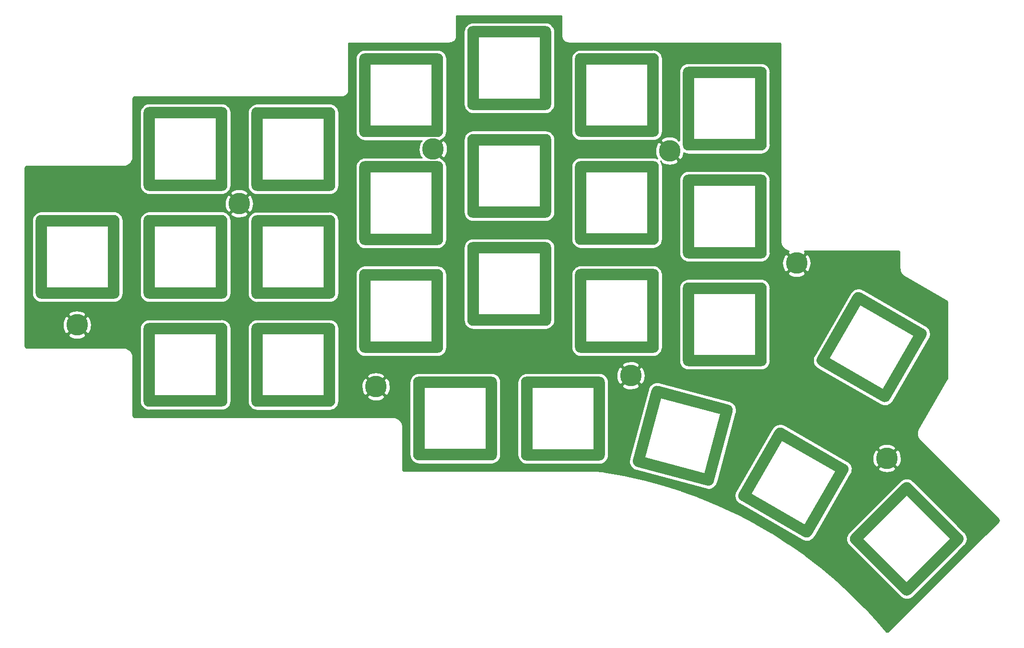
<source format=gtl>
G04 #@! TF.GenerationSoftware,KiCad,Pcbnew,(5.1.10)-1*
G04 #@! TF.CreationDate,2021-10-25T12:35:37+03:00*
G04 #@! TF.ProjectId,top_plate,746f705f-706c-4617-9465-2e6b69636164,rev?*
G04 #@! TF.SameCoordinates,Original*
G04 #@! TF.FileFunction,Copper,L1,Top*
G04 #@! TF.FilePolarity,Positive*
%FSLAX46Y46*%
G04 Gerber Fmt 4.6, Leading zero omitted, Abs format (unit mm)*
G04 Created by KiCad (PCBNEW (5.1.10)-1) date 2021-10-25 12:35:37*
%MOMM*%
%LPD*%
G01*
G04 APERTURE LIST*
G04 #@! TA.AperFunction,ComponentPad*
%ADD10O,14.800000X2.000000*%
G04 #@! TD*
G04 #@! TA.AperFunction,ComponentPad*
%ADD11O,2.000000X14.800000*%
G04 #@! TD*
G04 #@! TA.AperFunction,ComponentPad*
%ADD12C,3.800000*%
G04 #@! TD*
G04 #@! TA.AperFunction,Conductor*
%ADD13C,0.254000*%
G04 #@! TD*
G04 #@! TA.AperFunction,Conductor*
%ADD14C,0.100000*%
G04 #@! TD*
G04 APERTURE END LIST*
G04 #@! TA.AperFunction,ComponentPad*
G36*
G01*
X192422212Y-101679237D02*
X192422212Y-101679237D01*
G75*
G02*
X193788237Y-101313212I866025J-500000D01*
G01*
X204873363Y-107713212D01*
G75*
G02*
X205239388Y-109079237I-500000J-866025D01*
G01*
X205239388Y-109079237D01*
G75*
G02*
X203873363Y-109445262I-866025J500000D01*
G01*
X192788237Y-103045262D01*
G75*
G02*
X192422212Y-101679237I500000J866025D01*
G01*
G37*
G04 #@! TD.AperFunction*
G04 #@! TA.AperFunction,ComponentPad*
G36*
G01*
X193788237Y-101313212D02*
X193788237Y-101313212D01*
G75*
G02*
X194154262Y-102679237I-500000J-866025D01*
G01*
X187754262Y-113764363D01*
G75*
G02*
X186388237Y-114130388I-866025J500000D01*
G01*
X186388237Y-114130388D01*
G75*
G02*
X186022212Y-112764363I500000J866025D01*
G01*
X192422212Y-101679237D01*
G75*
G02*
X193788237Y-101313212I866025J-500000D01*
G01*
G37*
G04 #@! TD.AperFunction*
G04 #@! TA.AperFunction,ComponentPad*
G36*
G01*
X186022212Y-112764363D02*
X186022212Y-112764363D01*
G75*
G02*
X187388237Y-112398338I866025J-500000D01*
G01*
X198473363Y-118798338D01*
G75*
G02*
X198839388Y-120164363I-500000J-866025D01*
G01*
X198839388Y-120164363D01*
G75*
G02*
X197473363Y-120530388I-866025J500000D01*
G01*
X186388237Y-114130388D01*
G75*
G02*
X186022212Y-112764363I500000J866025D01*
G01*
G37*
G04 #@! TD.AperFunction*
G04 #@! TA.AperFunction,ComponentPad*
G36*
G01*
X204878363Y-107704552D02*
X204878363Y-107704552D01*
G75*
G02*
X205244388Y-109070577I-500000J-866025D01*
G01*
X198844388Y-120155703D01*
G75*
G02*
X197478363Y-120521728I-866025J500000D01*
G01*
X197478363Y-120521728D01*
G75*
G02*
X197112338Y-119155703I500000J866025D01*
G01*
X203512338Y-108070577D01*
G75*
G02*
X204878363Y-107704552I866025J-500000D01*
G01*
G37*
G04 #@! TD.AperFunction*
G04 #@! TA.AperFunction,ComponentPad*
G36*
G01*
X201121293Y-135072727D02*
X201121293Y-135072727D01*
G75*
G02*
X202535507Y-135072727I707107J-707107D01*
G01*
X211586473Y-144123693D01*
G75*
G02*
X211586473Y-145537907I-707107J-707107D01*
G01*
X211586473Y-145537907D01*
G75*
G02*
X210172259Y-145537907I-707107J707107D01*
G01*
X201121293Y-136486941D01*
G75*
G02*
X201121293Y-135072727I707107J707107D01*
G01*
G37*
G04 #@! TD.AperFunction*
G04 #@! TA.AperFunction,ComponentPad*
G36*
G01*
X202535507Y-135072727D02*
X202535507Y-135072727D01*
G75*
G02*
X202535507Y-136486941I-707107J-707107D01*
G01*
X193484541Y-145537907D01*
G75*
G02*
X192070327Y-145537907I-707107J707107D01*
G01*
X192070327Y-145537907D01*
G75*
G02*
X192070327Y-144123693I707107J707107D01*
G01*
X201121293Y-135072727D01*
G75*
G02*
X202535507Y-135072727I707107J-707107D01*
G01*
G37*
G04 #@! TD.AperFunction*
G04 #@! TA.AperFunction,ComponentPad*
G36*
G01*
X192070327Y-144123693D02*
X192070327Y-144123693D01*
G75*
G02*
X193484541Y-144123693I707107J-707107D01*
G01*
X202535507Y-153174659D01*
G75*
G02*
X202535507Y-154588873I-707107J-707107D01*
G01*
X202535507Y-154588873D01*
G75*
G02*
X201121293Y-154588873I-707107J707107D01*
G01*
X192070327Y-145537907D01*
G75*
G02*
X192070327Y-144123693I707107J707107D01*
G01*
G37*
G04 #@! TD.AperFunction*
G04 #@! TA.AperFunction,ComponentPad*
G36*
G01*
X211593544Y-144116622D02*
X211593544Y-144116622D01*
G75*
G02*
X211593544Y-145530836I-707107J-707107D01*
G01*
X202542578Y-154581802D01*
G75*
G02*
X201128364Y-154581802I-707107J707107D01*
G01*
X201128364Y-154581802D01*
G75*
G02*
X201128364Y-153167588I707107J707107D01*
G01*
X210179330Y-144116622D01*
G75*
G02*
X211593544Y-144116622I707107J-707107D01*
G01*
G37*
G04 #@! TD.AperFunction*
G04 #@! TA.AperFunction,ComponentPad*
G36*
G01*
X178604612Y-125631437D02*
X178604612Y-125631437D01*
G75*
G02*
X179970637Y-125265412I866025J-500000D01*
G01*
X191055763Y-131665412D01*
G75*
G02*
X191421788Y-133031437I-500000J-866025D01*
G01*
X191421788Y-133031437D01*
G75*
G02*
X190055763Y-133397462I-866025J500000D01*
G01*
X178970637Y-126997462D01*
G75*
G02*
X178604612Y-125631437I500000J866025D01*
G01*
G37*
G04 #@! TD.AperFunction*
G04 #@! TA.AperFunction,ComponentPad*
G36*
G01*
X179970637Y-125265412D02*
X179970637Y-125265412D01*
G75*
G02*
X180336662Y-126631437I-500000J-866025D01*
G01*
X173936662Y-137716563D01*
G75*
G02*
X172570637Y-138082588I-866025J500000D01*
G01*
X172570637Y-138082588D01*
G75*
G02*
X172204612Y-136716563I500000J866025D01*
G01*
X178604612Y-125631437D01*
G75*
G02*
X179970637Y-125265412I866025J-500000D01*
G01*
G37*
G04 #@! TD.AperFunction*
G04 #@! TA.AperFunction,ComponentPad*
G36*
G01*
X172204612Y-136716563D02*
X172204612Y-136716563D01*
G75*
G02*
X173570637Y-136350538I866025J-500000D01*
G01*
X184655763Y-142750538D01*
G75*
G02*
X185021788Y-144116563I-500000J-866025D01*
G01*
X185021788Y-144116563D01*
G75*
G02*
X183655763Y-144482588I-866025J500000D01*
G01*
X172570637Y-138082588D01*
G75*
G02*
X172204612Y-136716563I500000J866025D01*
G01*
G37*
G04 #@! TD.AperFunction*
G04 #@! TA.AperFunction,ComponentPad*
G36*
G01*
X191060763Y-131656752D02*
X191060763Y-131656752D01*
G75*
G02*
X191426788Y-133022777I-500000J-866025D01*
G01*
X185026788Y-144107903D01*
G75*
G02*
X183660763Y-144473928I-866025J500000D01*
G01*
X183660763Y-144473928D01*
G75*
G02*
X183294738Y-143107903I500000J866025D01*
G01*
X189694738Y-132022777D01*
G75*
G02*
X191060763Y-131656752I866025J-500000D01*
G01*
G37*
G04 #@! TD.AperFunction*
G04 #@! TA.AperFunction,ComponentPad*
G36*
G01*
X156789191Y-118496414D02*
X156789191Y-118496414D01*
G75*
G02*
X158013936Y-117789307I965926J-258819D01*
G01*
X170377786Y-121102191D01*
G75*
G02*
X171084893Y-122326936I-258819J-965926D01*
G01*
X171084893Y-122326936D01*
G75*
G02*
X169860148Y-123034043I-965926J258819D01*
G01*
X157496298Y-119721159D01*
G75*
G02*
X156789191Y-118496414I258819J965926D01*
G01*
G37*
G04 #@! TD.AperFunction*
G04 #@! TA.AperFunction,ComponentPad*
G36*
G01*
X158013936Y-117789307D02*
X158013936Y-117789307D01*
G75*
G02*
X158721043Y-119014052I-258819J-965926D01*
G01*
X155408159Y-131377902D01*
G75*
G02*
X154183414Y-132085009I-965926J258819D01*
G01*
X154183414Y-132085009D01*
G75*
G02*
X153476307Y-130860264I258819J965926D01*
G01*
X156789191Y-118496414D01*
G75*
G02*
X158013936Y-117789307I965926J-258819D01*
G01*
G37*
G04 #@! TD.AperFunction*
G04 #@! TA.AperFunction,ComponentPad*
G36*
G01*
X153476307Y-130860264D02*
X153476307Y-130860264D01*
G75*
G02*
X154701052Y-130153157I965926J-258819D01*
G01*
X167064902Y-133466041D01*
G75*
G02*
X167772009Y-134690786I-258819J-965926D01*
G01*
X167772009Y-134690786D01*
G75*
G02*
X166547264Y-135397893I-965926J258819D01*
G01*
X154183414Y-132085009D01*
G75*
G02*
X153476307Y-130860264I258819J965926D01*
G01*
G37*
G04 #@! TD.AperFunction*
G04 #@! TA.AperFunction,ComponentPad*
G36*
G01*
X170380374Y-121092532D02*
X170380374Y-121092532D01*
G75*
G02*
X171087481Y-122317277I-258819J-965926D01*
G01*
X167774597Y-134681127D01*
G75*
G02*
X166549852Y-135388234I-965926J258819D01*
G01*
X166549852Y-135388234D01*
G75*
G02*
X165842745Y-134163489I258819J965926D01*
G01*
X169155629Y-121799639D01*
G75*
G02*
X170380374Y-121092532I965926J-258819D01*
G01*
G37*
G04 #@! TD.AperFunction*
D10*
X122072400Y-117145600D03*
D11*
X115672400Y-123545600D03*
D10*
X122072400Y-129945600D03*
D11*
X128472400Y-123535600D03*
X147522400Y-123561000D03*
D10*
X141122400Y-129971000D03*
D11*
X134722400Y-123571000D03*
D10*
X141122400Y-117171000D03*
X169672000Y-62357800D03*
D11*
X163272000Y-68757800D03*
D10*
X169672000Y-75157800D03*
D11*
X176072000Y-68747800D03*
X176072000Y-87823200D03*
D10*
X169672000Y-94233200D03*
D11*
X163272000Y-87833200D03*
D10*
X169672000Y-81433200D03*
D11*
X176072000Y-106898600D03*
D10*
X169672000Y-113308600D03*
D11*
X163272000Y-106908600D03*
D10*
X169672000Y-100508600D03*
X150647400Y-59970200D03*
D11*
X144247400Y-66370200D03*
D10*
X150647400Y-72770200D03*
D11*
X157047400Y-66360200D03*
X157047400Y-85435600D03*
D10*
X150647400Y-91845600D03*
D11*
X144247400Y-85445600D03*
D10*
X150647400Y-79045600D03*
D11*
X157047400Y-104511000D03*
D10*
X150647400Y-110921000D03*
D11*
X144247400Y-104521000D03*
D10*
X150647400Y-98121000D03*
X131622800Y-93345800D03*
D11*
X125222800Y-99745800D03*
D10*
X131622800Y-106145800D03*
D11*
X138022800Y-99735800D03*
D10*
X131622800Y-74270400D03*
D11*
X125222800Y-80670400D03*
D10*
X131622800Y-87070400D03*
D11*
X138022800Y-80660400D03*
X138022800Y-61585000D03*
D10*
X131622800Y-67995000D03*
D11*
X125222800Y-61595000D03*
D10*
X131622800Y-55195000D03*
X112547400Y-98146400D03*
D11*
X106147400Y-104546400D03*
D10*
X112547400Y-110946400D03*
D11*
X118947400Y-104536400D03*
D10*
X112547400Y-79071000D03*
D11*
X106147400Y-85471000D03*
D10*
X112547400Y-91871000D03*
D11*
X118947400Y-85461000D03*
X118947400Y-66385600D03*
D10*
X112547400Y-72795600D03*
D11*
X106147400Y-66395600D03*
D10*
X112547400Y-59995600D03*
X93497400Y-107671400D03*
D11*
X87097400Y-114071400D03*
D10*
X93497400Y-120471400D03*
D11*
X99897400Y-114061400D03*
D10*
X93497400Y-88596000D03*
D11*
X87097400Y-94996000D03*
D10*
X93497400Y-101396000D03*
D11*
X99897400Y-94986000D03*
X99897400Y-75910600D03*
D10*
X93497400Y-82320600D03*
D11*
X87097400Y-75920600D03*
D10*
X93497400Y-69520600D03*
D11*
X80847400Y-114036000D03*
D10*
X74447400Y-120446000D03*
D11*
X68047400Y-114046000D03*
D10*
X74447400Y-107646000D03*
D11*
X80847400Y-94960600D03*
D10*
X74447400Y-101370600D03*
D11*
X68047400Y-94970600D03*
D10*
X74447400Y-88570600D03*
X74447400Y-69495200D03*
D11*
X68047400Y-75895200D03*
D10*
X74447400Y-82295200D03*
D11*
X80847400Y-75885200D03*
X61797400Y-94960600D03*
D10*
X55397400Y-101370600D03*
D11*
X48997400Y-94970600D03*
D10*
X55397400Y-88570600D03*
D12*
X108077000Y-117906800D03*
X153085800Y-115951000D03*
X198323200Y-130581400D03*
X182372000Y-96062800D03*
X159943800Y-76225400D03*
X118160800Y-75920600D03*
X83921600Y-85547200D03*
X55295800Y-106984800D03*
D13*
X140858602Y-55949806D02*
X140861659Y-55980842D01*
X140861638Y-55983806D01*
X140862639Y-55994019D01*
X140867687Y-56042053D01*
X140869237Y-56057786D01*
X140869396Y-56058311D01*
X140872839Y-56091068D01*
X140886246Y-56156381D01*
X140898718Y-56221763D01*
X140901684Y-56231587D01*
X140930540Y-56324805D01*
X140956369Y-56386248D01*
X140981310Y-56447981D01*
X140986127Y-56457042D01*
X141032540Y-56542881D01*
X141069796Y-56598115D01*
X141106270Y-56653852D01*
X141112756Y-56661805D01*
X141174958Y-56736994D01*
X141222264Y-56783971D01*
X141268835Y-56831528D01*
X141276742Y-56838070D01*
X141352363Y-56899745D01*
X141407882Y-56936632D01*
X141462817Y-56974246D01*
X141471844Y-56979128D01*
X141558004Y-57024940D01*
X141619627Y-57050339D01*
X141680820Y-57076567D01*
X141690624Y-57079602D01*
X141784042Y-57107807D01*
X141849435Y-57120756D01*
X141914557Y-57134597D01*
X141924748Y-57135668D01*
X141924756Y-57135670D01*
X141924763Y-57135670D01*
X142021289Y-57145134D01*
X142057495Y-57148700D01*
X179238394Y-57148700D01*
X179325138Y-57157205D01*
X179373991Y-57171955D01*
X179419050Y-57195913D01*
X179458596Y-57228167D01*
X179491125Y-57267487D01*
X179515394Y-57312371D01*
X179530486Y-57361128D01*
X179539351Y-57445465D01*
X179539352Y-92249806D01*
X179542444Y-92281196D01*
X179542401Y-92287299D01*
X179543402Y-92297513D01*
X179563803Y-92491609D01*
X179577195Y-92556850D01*
X179589680Y-92622299D01*
X179592646Y-92632124D01*
X179650358Y-92818562D01*
X179676182Y-92879994D01*
X179701128Y-92941738D01*
X179705946Y-92950800D01*
X179798771Y-93122476D01*
X179836008Y-93177683D01*
X179872501Y-93233449D01*
X179878987Y-93241402D01*
X180003390Y-93391779D01*
X180050697Y-93438757D01*
X180097268Y-93486314D01*
X180105175Y-93492856D01*
X180256417Y-93616206D01*
X180311910Y-93653075D01*
X180366871Y-93690708D01*
X180375898Y-93695589D01*
X180548220Y-93787214D01*
X180609859Y-93812620D01*
X180671040Y-93838842D01*
X180680843Y-93841877D01*
X180867679Y-93898286D01*
X180933071Y-93911234D01*
X180991221Y-93923594D01*
X180979362Y-93929933D01*
X180775256Y-94286451D01*
X182372000Y-95883195D01*
X183968744Y-94286451D01*
X183775382Y-93948700D01*
X200269361Y-93948700D01*
X200356095Y-93957204D01*
X200404949Y-93971955D01*
X200450003Y-93995910D01*
X200489551Y-94028165D01*
X200522080Y-94067485D01*
X200546352Y-94112376D01*
X200561442Y-94161125D01*
X200570307Y-94245466D01*
X200570308Y-96997333D01*
X200571566Y-97010107D01*
X200573193Y-97056679D01*
X200578964Y-97099927D01*
X200581401Y-97143487D01*
X200583042Y-97153618D01*
X200615596Y-97346048D01*
X200633070Y-97410356D01*
X200649634Y-97474857D01*
X200653211Y-97484476D01*
X200722522Y-97666920D01*
X200752145Y-97726589D01*
X200780930Y-97786664D01*
X200786308Y-97795405D01*
X200889736Y-97960911D01*
X200930395Y-98013704D01*
X200970291Y-98067031D01*
X200977263Y-98074561D01*
X201110869Y-98216826D01*
X201161020Y-98260727D01*
X201210500Y-98305276D01*
X201218796Y-98311303D01*
X201218803Y-98311309D01*
X201218810Y-98311313D01*
X201377495Y-98424913D01*
X201377501Y-98424917D01*
X201406589Y-98445759D01*
X208820937Y-102726103D01*
X208891796Y-102776829D01*
X208926733Y-102814031D01*
X208953775Y-102857304D01*
X208971899Y-102905010D01*
X208984288Y-102978241D01*
X208984573Y-102986411D01*
X208984574Y-116378324D01*
X208976069Y-116465067D01*
X208957953Y-116525070D01*
X208936882Y-116567893D01*
X203849507Y-125380245D01*
X203839196Y-125403005D01*
X203784250Y-125515159D01*
X203764724Y-125567380D01*
X203742943Y-125618686D01*
X203739942Y-125628499D01*
X203684174Y-125815527D01*
X203671448Y-125880974D01*
X203657832Y-125946130D01*
X203656794Y-125956339D01*
X203638416Y-126150638D01*
X203638645Y-126217269D01*
X203637943Y-126283865D01*
X203638908Y-126294082D01*
X203658619Y-126488250D01*
X203671791Y-126553596D01*
X203684033Y-126619032D01*
X203686963Y-126628867D01*
X203744012Y-126815508D01*
X203769628Y-126877056D01*
X203794345Y-126938865D01*
X203799130Y-126947943D01*
X203891345Y-127119950D01*
X203928411Y-127175326D01*
X203964680Y-127231182D01*
X203971138Y-127239158D01*
X204095007Y-127389977D01*
X204095019Y-127389989D01*
X204117712Y-127417644D01*
X218018888Y-141320506D01*
X218074198Y-141387850D01*
X218098309Y-141432825D01*
X218113225Y-141481624D01*
X218118380Y-141532397D01*
X218113575Y-141583197D01*
X218098993Y-141632099D01*
X218075190Y-141677238D01*
X218021823Y-141743134D01*
X198593898Y-161167919D01*
X198526542Y-161223236D01*
X198481564Y-161247348D01*
X198432763Y-161262264D01*
X198381994Y-161267417D01*
X198331190Y-161262610D01*
X198282284Y-161248026D01*
X198237148Y-161224224D01*
X198181872Y-161179455D01*
X196782569Y-159537917D01*
X196773886Y-159528170D01*
X196765275Y-159518344D01*
X194408713Y-156944944D01*
X194386545Y-156921772D01*
X191919975Y-154453613D01*
X191908645Y-154442760D01*
X191896817Y-154431430D01*
X189324935Y-152073210D01*
X189300832Y-152052059D01*
X186628533Y-149808267D01*
X186628153Y-149807962D01*
X186603530Y-149788186D01*
X183835904Y-147663094D01*
X183819507Y-147651064D01*
X183810049Y-147644124D01*
X180952360Y-145641777D01*
X180925702Y-145623953D01*
X180925701Y-145623952D01*
X177983392Y-143748162D01*
X177955982Y-143731518D01*
X174934652Y-141985854D01*
X174924688Y-141980384D01*
X174906542Y-141970420D01*
X171811942Y-140358207D01*
X171783186Y-140344015D01*
X168621208Y-138868320D01*
X168611457Y-138864026D01*
X168591860Y-138855395D01*
X165368523Y-137519029D01*
X165338639Y-137507397D01*
X164835301Y-137324013D01*
X171431244Y-137324013D01*
X171483707Y-137641779D01*
X171597156Y-137943204D01*
X171767228Y-138216703D01*
X171987391Y-138451769D01*
X172249182Y-138639365D01*
X172322698Y-138672675D01*
X183407824Y-145072675D01*
X183627666Y-145172285D01*
X183941320Y-145245419D01*
X184263214Y-145255956D01*
X184580980Y-145203493D01*
X184882404Y-145090045D01*
X185155904Y-144919972D01*
X185251111Y-144830800D01*
X191134523Y-144830800D01*
X191166092Y-145151316D01*
X191259582Y-145459514D01*
X191411404Y-145743552D01*
X191615721Y-145992513D01*
X191678111Y-146043715D01*
X200729076Y-155094681D01*
X200915647Y-155247796D01*
X201199685Y-155399618D01*
X201507883Y-155493109D01*
X201828400Y-155524677D01*
X202148916Y-155493109D01*
X202457114Y-155399618D01*
X202741152Y-155247796D01*
X202990113Y-155043479D01*
X203041316Y-154981088D01*
X211978694Y-146043711D01*
X212041079Y-145992513D01*
X212092277Y-145930128D01*
X212099352Y-145923053D01*
X212252467Y-145736482D01*
X212404289Y-145452444D01*
X212497780Y-145144246D01*
X212529348Y-144823729D01*
X212497780Y-144503213D01*
X212404289Y-144195015D01*
X212252467Y-143910977D01*
X212048150Y-143662016D01*
X211906901Y-143546096D01*
X203041316Y-134680512D01*
X202990113Y-134618121D01*
X202741152Y-134413804D01*
X202457114Y-134261982D01*
X202148916Y-134168491D01*
X201828400Y-134136923D01*
X201507883Y-134168491D01*
X201199685Y-134261982D01*
X200915647Y-134413804D01*
X200729076Y-134566919D01*
X200729072Y-134566923D01*
X200666687Y-134618121D01*
X200615489Y-134680506D01*
X191678112Y-143617884D01*
X191615721Y-143669087D01*
X191550826Y-143748162D01*
X191411404Y-143918048D01*
X191259582Y-144202086D01*
X191166092Y-144510284D01*
X191134523Y-144830800D01*
X185251111Y-144830800D01*
X185390969Y-144699809D01*
X185578565Y-144438018D01*
X185611875Y-144364501D01*
X191931555Y-133418495D01*
X191978565Y-133352892D01*
X192011874Y-133279378D01*
X192016875Y-133270716D01*
X192116485Y-133050874D01*
X192189619Y-132737220D01*
X192200156Y-132415326D01*
X192190651Y-132357749D01*
X196726456Y-132357749D01*
X196930562Y-132714267D01*
X197373423Y-132944975D01*
X197852783Y-133084852D01*
X198350221Y-133128523D01*
X198846622Y-133074309D01*
X199322907Y-132924294D01*
X199715838Y-132714267D01*
X199919944Y-132357749D01*
X198323200Y-130761005D01*
X196726456Y-132357749D01*
X192190651Y-132357749D01*
X192147693Y-132097560D01*
X192034245Y-131796136D01*
X191864172Y-131522636D01*
X191644009Y-131287571D01*
X191382218Y-131099975D01*
X191215783Y-131024564D01*
X190495003Y-130608421D01*
X195776077Y-130608421D01*
X195830291Y-131104822D01*
X195980306Y-131581107D01*
X196190333Y-131974038D01*
X196546851Y-132178144D01*
X198143595Y-130581400D01*
X198502805Y-130581400D01*
X200099549Y-132178144D01*
X200456067Y-131974038D01*
X200686775Y-131531177D01*
X200826652Y-131051817D01*
X200870323Y-130554379D01*
X200816109Y-130057978D01*
X200666094Y-129581693D01*
X200456067Y-129188762D01*
X200099549Y-128984656D01*
X198502805Y-130581400D01*
X198143595Y-130581400D01*
X196546851Y-128984656D01*
X196190333Y-129188762D01*
X195959625Y-129631623D01*
X195819748Y-130110983D01*
X195776077Y-130608421D01*
X190495003Y-130608421D01*
X187371474Y-128805051D01*
X196726456Y-128805051D01*
X198323200Y-130401795D01*
X199919944Y-128805051D01*
X199715838Y-128448533D01*
X199272977Y-128217825D01*
X198793617Y-128077948D01*
X198296179Y-128034277D01*
X197799778Y-128088491D01*
X197323493Y-128238506D01*
X196930562Y-128448533D01*
X196726456Y-128805051D01*
X187371474Y-128805051D01*
X180357696Y-124755646D01*
X180292092Y-124708635D01*
X180214074Y-124673285D01*
X180180242Y-124657956D01*
X179998733Y-124575715D01*
X179685079Y-124502581D01*
X179373390Y-124492378D01*
X179363187Y-124492044D01*
X179363186Y-124492044D01*
X179045420Y-124544506D01*
X178743995Y-124657955D01*
X178470496Y-124828028D01*
X178235431Y-125048191D01*
X178094846Y-125244376D01*
X178094840Y-125244386D01*
X178047835Y-125309982D01*
X178014531Y-125383486D01*
X171694846Y-136329504D01*
X171647835Y-136395108D01*
X171614527Y-136468621D01*
X171614525Y-136468624D01*
X171514916Y-136688467D01*
X171441782Y-137002121D01*
X171431244Y-137324013D01*
X164835301Y-137324013D01*
X162060078Y-136312902D01*
X162059601Y-136312740D01*
X162029715Y-136302584D01*
X158702173Y-135252235D01*
X158671389Y-135243252D01*
X155301197Y-134339049D01*
X155282408Y-134334445D01*
X155270051Y-134331417D01*
X151863625Y-133575079D01*
X151863113Y-133574977D01*
X151832176Y-133568812D01*
X148396001Y-132961781D01*
X148372311Y-132958127D01*
X148370227Y-132957700D01*
X148099143Y-132919678D01*
X148071112Y-132917529D01*
X148043203Y-132914003D01*
X146802817Y-132835964D01*
X146779825Y-132833700D01*
X113105248Y-132833700D01*
X113018515Y-132825196D01*
X112969661Y-132810446D01*
X112924602Y-132786488D01*
X112885055Y-132754234D01*
X112852528Y-132714915D01*
X112828258Y-132670029D01*
X112813166Y-132621273D01*
X112804301Y-132536935D01*
X112804301Y-125001595D01*
X112801208Y-124970196D01*
X112801251Y-124964102D01*
X112800250Y-124953888D01*
X112779849Y-124759791D01*
X112766456Y-124694543D01*
X112753972Y-124629102D01*
X112751006Y-124619277D01*
X112693294Y-124432839D01*
X112667476Y-124371420D01*
X112642524Y-124309662D01*
X112637706Y-124300601D01*
X112544881Y-124128924D01*
X112507616Y-124073677D01*
X112471151Y-124017952D01*
X112464665Y-124009999D01*
X112340261Y-123859621D01*
X112292955Y-123812644D01*
X112246384Y-123765087D01*
X112238477Y-123758545D01*
X112087235Y-123635195D01*
X112031716Y-123598308D01*
X111976781Y-123560694D01*
X111967754Y-123555812D01*
X111795432Y-123464187D01*
X111733805Y-123438786D01*
X111672612Y-123412559D01*
X111662809Y-123409524D01*
X111475973Y-123353115D01*
X111410581Y-123340167D01*
X111345465Y-123326326D01*
X111335259Y-123325253D01*
X111141025Y-123306208D01*
X111141024Y-123306208D01*
X111105406Y-123302700D01*
X65480248Y-123302700D01*
X65393515Y-123294196D01*
X65344661Y-123279446D01*
X65299602Y-123255488D01*
X65260055Y-123223234D01*
X65227528Y-123183915D01*
X65203258Y-123139029D01*
X65188166Y-123090273D01*
X65179301Y-123005935D01*
X65179301Y-112707895D01*
X65176208Y-112676496D01*
X65176251Y-112670402D01*
X65175250Y-112660188D01*
X65154849Y-112466091D01*
X65141456Y-112400843D01*
X65128972Y-112335402D01*
X65126006Y-112325577D01*
X65068294Y-112139139D01*
X65042476Y-112077720D01*
X65017524Y-112015962D01*
X65012706Y-112006901D01*
X64919881Y-111835224D01*
X64882616Y-111779977D01*
X64846151Y-111724252D01*
X64839665Y-111716299D01*
X64715261Y-111565921D01*
X64667955Y-111518944D01*
X64621384Y-111471387D01*
X64613477Y-111464845D01*
X64462235Y-111341495D01*
X64406716Y-111304608D01*
X64351781Y-111266994D01*
X64342754Y-111262112D01*
X64170432Y-111170487D01*
X64108805Y-111145086D01*
X64047612Y-111118859D01*
X64037809Y-111115824D01*
X63850973Y-111059415D01*
X63785581Y-111046467D01*
X63720465Y-111032626D01*
X63710259Y-111031553D01*
X63516025Y-111012508D01*
X63516024Y-111012508D01*
X63480406Y-111009000D01*
X46430208Y-111009000D01*
X46343465Y-111000495D01*
X46294611Y-110985745D01*
X46249553Y-110961787D01*
X46210005Y-110929533D01*
X46177479Y-110890215D01*
X46153207Y-110845324D01*
X46138117Y-110796576D01*
X46129252Y-110712235D01*
X46129252Y-108761149D01*
X53699056Y-108761149D01*
X53903162Y-109117667D01*
X54346023Y-109348375D01*
X54825383Y-109488252D01*
X55322821Y-109531923D01*
X55819222Y-109477709D01*
X56295507Y-109327694D01*
X56688438Y-109117667D01*
X56892544Y-108761149D01*
X55295800Y-107164405D01*
X53699056Y-108761149D01*
X46129252Y-108761149D01*
X46129252Y-107011821D01*
X52748677Y-107011821D01*
X52802891Y-107508222D01*
X52952906Y-107984507D01*
X53162933Y-108377438D01*
X53519451Y-108581544D01*
X55116195Y-106984800D01*
X55475405Y-106984800D01*
X57072149Y-108581544D01*
X57428667Y-108377438D01*
X57659375Y-107934577D01*
X57743581Y-107646000D01*
X66404489Y-107646000D01*
X66412401Y-107726332D01*
X66412400Y-120365678D01*
X66404489Y-120446000D01*
X66436057Y-120766516D01*
X66529548Y-121074715D01*
X66681369Y-121358752D01*
X66822205Y-121530362D01*
X66885686Y-121607714D01*
X67134648Y-121812031D01*
X67418685Y-121963852D01*
X67726884Y-122057343D01*
X68047400Y-122088911D01*
X68127722Y-122081000D01*
X80927722Y-122081000D01*
X81167916Y-122057343D01*
X81476115Y-121963852D01*
X81760152Y-121812031D01*
X82009114Y-121607714D01*
X82213431Y-121358752D01*
X82365252Y-121074715D01*
X82458743Y-120766516D01*
X82490311Y-120446000D01*
X82482400Y-120365678D01*
X82482400Y-107726322D01*
X82487809Y-107671400D01*
X85454489Y-107671400D01*
X85462401Y-107751732D01*
X85462400Y-120391078D01*
X85454489Y-120471400D01*
X85486057Y-120791916D01*
X85579548Y-121100115D01*
X85731369Y-121384152D01*
X85851360Y-121530362D01*
X85935686Y-121633114D01*
X86184648Y-121837431D01*
X86468685Y-121989252D01*
X86776884Y-122082743D01*
X87097400Y-122114311D01*
X87177722Y-122106400D01*
X99977722Y-122106400D01*
X100217916Y-122082743D01*
X100526115Y-121989252D01*
X100810152Y-121837431D01*
X101059114Y-121633114D01*
X101263431Y-121384152D01*
X101415252Y-121100115D01*
X101508743Y-120791916D01*
X101540311Y-120471400D01*
X101532400Y-120391078D01*
X101532400Y-119683149D01*
X106480256Y-119683149D01*
X106684362Y-120039667D01*
X107127223Y-120270375D01*
X107606583Y-120410252D01*
X108104021Y-120453923D01*
X108600422Y-120399709D01*
X109076707Y-120249694D01*
X109469638Y-120039667D01*
X109673744Y-119683149D01*
X108077000Y-118086405D01*
X106480256Y-119683149D01*
X101532400Y-119683149D01*
X101532400Y-117933821D01*
X105529877Y-117933821D01*
X105584091Y-118430222D01*
X105734106Y-118906507D01*
X105944133Y-119299438D01*
X106300651Y-119503544D01*
X107897395Y-117906800D01*
X108256605Y-117906800D01*
X109853349Y-119503544D01*
X110209867Y-119299438D01*
X110440575Y-118856577D01*
X110580452Y-118377217D01*
X110624123Y-117879779D01*
X110569909Y-117383378D01*
X110495017Y-117145600D01*
X114029489Y-117145600D01*
X114037401Y-117225932D01*
X114037400Y-129865278D01*
X114029489Y-129945600D01*
X114061057Y-130266116D01*
X114154548Y-130574315D01*
X114306369Y-130858352D01*
X114395579Y-130967055D01*
X114510686Y-131107314D01*
X114759648Y-131311631D01*
X115043685Y-131463452D01*
X115351884Y-131556943D01*
X115672400Y-131588511D01*
X115752722Y-131580600D01*
X128552722Y-131580600D01*
X128792916Y-131556943D01*
X129101115Y-131463452D01*
X129385152Y-131311631D01*
X129634114Y-131107314D01*
X129838431Y-130858352D01*
X129990252Y-130574315D01*
X130083743Y-130266116D01*
X130115311Y-129945600D01*
X130107400Y-129865278D01*
X130107400Y-117225922D01*
X130112809Y-117171000D01*
X133079489Y-117171000D01*
X133087401Y-117251332D01*
X133087400Y-129890678D01*
X133079489Y-129971000D01*
X133111057Y-130291516D01*
X133204548Y-130599715D01*
X133356369Y-130883752D01*
X133424734Y-130967055D01*
X133560686Y-131132714D01*
X133809648Y-131337031D01*
X134093685Y-131488852D01*
X134401884Y-131582343D01*
X134722400Y-131613911D01*
X134802722Y-131606000D01*
X147602722Y-131606000D01*
X147842916Y-131582343D01*
X148151115Y-131488852D01*
X148435152Y-131337031D01*
X148684114Y-131132714D01*
X148783483Y-131011632D01*
X152802840Y-131011632D01*
X152813378Y-131333526D01*
X152886511Y-131647178D01*
X153019430Y-131940538D01*
X153207028Y-132202329D01*
X153442092Y-132422492D01*
X153715593Y-132592565D01*
X154017017Y-132706013D01*
X154096654Y-132719161D01*
X166460499Y-136032044D01*
X166698631Y-136071360D01*
X167020526Y-136060822D01*
X167334179Y-135987689D01*
X167627539Y-135854770D01*
X167889330Y-135667172D01*
X168109492Y-135432108D01*
X168279565Y-135158608D01*
X168393013Y-134857183D01*
X168406161Y-134777544D01*
X171677465Y-122568875D01*
X171705897Y-122493333D01*
X171719045Y-122413697D01*
X171721632Y-122404042D01*
X171760948Y-122165910D01*
X171750410Y-121844015D01*
X171677277Y-121530362D01*
X171544358Y-121237002D01*
X171356760Y-120975211D01*
X171121696Y-120755049D01*
X170848196Y-120584976D01*
X170546771Y-120471528D01*
X170366487Y-120441763D01*
X158255873Y-117196734D01*
X158180333Y-117168303D01*
X157862568Y-117115840D01*
X157540674Y-117126377D01*
X157227021Y-117199511D01*
X156933661Y-117332430D01*
X156671870Y-117520027D01*
X156451708Y-117755092D01*
X156281634Y-118028592D01*
X156206908Y-118227137D01*
X156168187Y-118330017D01*
X156155040Y-118409645D01*
X152883734Y-130618327D01*
X152855303Y-130693867D01*
X152842156Y-130773499D01*
X152802840Y-131011632D01*
X148783483Y-131011632D01*
X148888431Y-130883752D01*
X149040252Y-130599715D01*
X149133743Y-130291516D01*
X149165311Y-129971000D01*
X149157400Y-129890678D01*
X149157400Y-117727349D01*
X151489056Y-117727349D01*
X151693162Y-118083867D01*
X152136023Y-118314575D01*
X152615383Y-118454452D01*
X153112821Y-118498123D01*
X153609222Y-118443909D01*
X154085507Y-118293894D01*
X154478438Y-118083867D01*
X154682544Y-117727349D01*
X153085800Y-116130605D01*
X151489056Y-117727349D01*
X149157400Y-117727349D01*
X149157400Y-117251322D01*
X149165311Y-117171000D01*
X149157400Y-117090678D01*
X149157400Y-117080678D01*
X149133743Y-116840484D01*
X149040252Y-116532285D01*
X148888431Y-116248248D01*
X148684114Y-115999286D01*
X148658203Y-115978021D01*
X150538677Y-115978021D01*
X150592891Y-116474422D01*
X150742906Y-116950707D01*
X150952933Y-117343638D01*
X151309451Y-117547744D01*
X152906195Y-115951000D01*
X153265405Y-115951000D01*
X154862149Y-117547744D01*
X155218667Y-117343638D01*
X155449375Y-116900777D01*
X155589252Y-116421417D01*
X155632923Y-115923979D01*
X155578709Y-115427578D01*
X155428694Y-114951293D01*
X155218667Y-114558362D01*
X154862149Y-114354256D01*
X153265405Y-115951000D01*
X152906195Y-115951000D01*
X151309451Y-114354256D01*
X150952933Y-114558362D01*
X150722225Y-115001223D01*
X150582348Y-115480583D01*
X150538677Y-115978021D01*
X148658203Y-115978021D01*
X148435152Y-115794969D01*
X148151115Y-115643148D01*
X147842916Y-115549657D01*
X147522400Y-115518089D01*
X147340547Y-115536000D01*
X134802722Y-115536000D01*
X134722400Y-115528089D01*
X134642078Y-115536000D01*
X134401884Y-115559657D01*
X134093685Y-115653148D01*
X133809648Y-115804969D01*
X133560686Y-116009286D01*
X133356369Y-116258248D01*
X133204548Y-116542285D01*
X133111057Y-116850484D01*
X133079489Y-117171000D01*
X130112809Y-117171000D01*
X130115311Y-117145600D01*
X130107400Y-117065278D01*
X130107400Y-117055278D01*
X130083743Y-116815084D01*
X129990252Y-116506885D01*
X129838431Y-116222848D01*
X129634114Y-115973886D01*
X129385152Y-115769569D01*
X129101115Y-115617748D01*
X128792916Y-115524257D01*
X128472400Y-115492689D01*
X128290547Y-115510600D01*
X115752722Y-115510600D01*
X115672400Y-115502689D01*
X115592078Y-115510600D01*
X115351884Y-115534257D01*
X115043685Y-115627748D01*
X114759648Y-115779569D01*
X114510686Y-115983886D01*
X114306369Y-116232848D01*
X114154548Y-116516885D01*
X114061057Y-116825084D01*
X114029489Y-117145600D01*
X110495017Y-117145600D01*
X110419894Y-116907093D01*
X110209867Y-116514162D01*
X109853349Y-116310056D01*
X108256605Y-117906800D01*
X107897395Y-117906800D01*
X106300651Y-116310056D01*
X105944133Y-116514162D01*
X105713425Y-116957023D01*
X105573548Y-117436383D01*
X105529877Y-117933821D01*
X101532400Y-117933821D01*
X101532400Y-116130451D01*
X106480256Y-116130451D01*
X108077000Y-117727195D01*
X109673744Y-116130451D01*
X109469638Y-115773933D01*
X109026777Y-115543225D01*
X108547417Y-115403348D01*
X108049979Y-115359677D01*
X107553578Y-115413891D01*
X107077293Y-115563906D01*
X106684362Y-115773933D01*
X106480256Y-116130451D01*
X101532400Y-116130451D01*
X101532400Y-114174651D01*
X151489056Y-114174651D01*
X153085800Y-115771395D01*
X154682544Y-114174651D01*
X154478438Y-113818133D01*
X154035577Y-113587425D01*
X153556217Y-113447548D01*
X153058779Y-113403877D01*
X152562378Y-113458091D01*
X152086093Y-113608106D01*
X151693162Y-113818133D01*
X151489056Y-114174651D01*
X101532400Y-114174651D01*
X101532400Y-107751722D01*
X101540311Y-107671400D01*
X101532400Y-107591078D01*
X101532400Y-107581078D01*
X101508743Y-107340884D01*
X101415252Y-107032685D01*
X101263431Y-106748648D01*
X101059114Y-106499686D01*
X100810152Y-106295369D01*
X100526115Y-106143548D01*
X100217916Y-106050057D01*
X99897400Y-106018489D01*
X99715547Y-106036400D01*
X87177722Y-106036400D01*
X87097400Y-106028489D01*
X87017078Y-106036400D01*
X86776884Y-106060057D01*
X86468685Y-106153548D01*
X86184648Y-106305369D01*
X85935686Y-106509686D01*
X85731369Y-106758648D01*
X85579548Y-107042685D01*
X85486057Y-107350884D01*
X85454489Y-107671400D01*
X82487809Y-107671400D01*
X82490311Y-107646000D01*
X82482400Y-107565678D01*
X82482400Y-107555678D01*
X82458743Y-107315484D01*
X82365252Y-107007285D01*
X82213431Y-106723248D01*
X82009114Y-106474286D01*
X81760152Y-106269969D01*
X81476115Y-106118148D01*
X81167916Y-106024657D01*
X80847400Y-105993089D01*
X80665547Y-106011000D01*
X68127722Y-106011000D01*
X68047400Y-106003089D01*
X67967078Y-106011000D01*
X67726884Y-106034657D01*
X67418685Y-106128148D01*
X67134648Y-106279969D01*
X66885686Y-106484286D01*
X66681369Y-106733248D01*
X66529548Y-107017285D01*
X66436057Y-107325484D01*
X66404489Y-107646000D01*
X57743581Y-107646000D01*
X57799252Y-107455217D01*
X57842923Y-106957779D01*
X57788709Y-106461378D01*
X57638694Y-105985093D01*
X57428667Y-105592162D01*
X57072149Y-105388056D01*
X55475405Y-106984800D01*
X55116195Y-106984800D01*
X53519451Y-105388056D01*
X53162933Y-105592162D01*
X52932225Y-106035023D01*
X52792348Y-106514383D01*
X52748677Y-107011821D01*
X46129252Y-107011821D01*
X46129252Y-105208451D01*
X53699056Y-105208451D01*
X55295800Y-106805195D01*
X56892544Y-105208451D01*
X56688438Y-104851933D01*
X56245577Y-104621225D01*
X55766217Y-104481348D01*
X55268779Y-104437677D01*
X54772378Y-104491891D01*
X54296093Y-104641906D01*
X53903162Y-104851933D01*
X53699056Y-105208451D01*
X46129252Y-105208451D01*
X46129251Y-88570600D01*
X47354489Y-88570600D01*
X47362401Y-88650932D01*
X47362400Y-101290278D01*
X47354489Y-101370600D01*
X47386057Y-101691116D01*
X47479548Y-101999315D01*
X47631369Y-102283352D01*
X47769230Y-102451337D01*
X47835686Y-102532314D01*
X48084648Y-102736631D01*
X48368685Y-102888452D01*
X48676884Y-102981943D01*
X48997400Y-103013511D01*
X49077722Y-103005600D01*
X61877722Y-103005600D01*
X62117916Y-102981943D01*
X62426115Y-102888452D01*
X62710152Y-102736631D01*
X62959114Y-102532314D01*
X63163431Y-102283352D01*
X63315252Y-101999315D01*
X63408743Y-101691116D01*
X63440311Y-101370600D01*
X63432400Y-101290278D01*
X63432400Y-88650922D01*
X63440311Y-88570600D01*
X66404489Y-88570600D01*
X66412401Y-88650932D01*
X66412400Y-101290278D01*
X66404489Y-101370600D01*
X66436057Y-101691116D01*
X66529548Y-101999315D01*
X66681369Y-102283352D01*
X66819230Y-102451337D01*
X66885686Y-102532314D01*
X67134648Y-102736631D01*
X67418685Y-102888452D01*
X67726884Y-102981943D01*
X68047400Y-103013511D01*
X68127722Y-103005600D01*
X80927722Y-103005600D01*
X81167916Y-102981943D01*
X81476115Y-102888452D01*
X81760152Y-102736631D01*
X82009114Y-102532314D01*
X82213431Y-102283352D01*
X82365252Y-101999315D01*
X82458743Y-101691116D01*
X82490311Y-101370600D01*
X82482400Y-101290278D01*
X82482400Y-88650922D01*
X82487809Y-88596000D01*
X85454489Y-88596000D01*
X85462401Y-88676332D01*
X85462400Y-101315678D01*
X85454489Y-101396000D01*
X85486057Y-101716516D01*
X85579548Y-102024715D01*
X85731369Y-102308752D01*
X85896495Y-102509959D01*
X85935686Y-102557714D01*
X86184648Y-102762031D01*
X86468685Y-102913852D01*
X86776884Y-103007343D01*
X87097400Y-103038911D01*
X87177722Y-103031000D01*
X99977722Y-103031000D01*
X100217916Y-103007343D01*
X100526115Y-102913852D01*
X100810152Y-102762031D01*
X101059114Y-102557714D01*
X101263431Y-102308752D01*
X101415252Y-102024715D01*
X101508743Y-101716516D01*
X101540311Y-101396000D01*
X101532400Y-101315678D01*
X101532400Y-98146400D01*
X104504489Y-98146400D01*
X104512401Y-98226732D01*
X104512400Y-110866078D01*
X104504489Y-110946400D01*
X104536057Y-111266916D01*
X104629548Y-111575115D01*
X104781369Y-111859152D01*
X104958033Y-112074418D01*
X104985686Y-112108114D01*
X105234648Y-112312431D01*
X105518685Y-112464252D01*
X105826884Y-112557743D01*
X106147400Y-112589311D01*
X106227722Y-112581400D01*
X119027722Y-112581400D01*
X119267916Y-112557743D01*
X119576115Y-112464252D01*
X119860152Y-112312431D01*
X120109114Y-112108114D01*
X120313431Y-111859152D01*
X120465252Y-111575115D01*
X120558743Y-111266916D01*
X120590311Y-110946400D01*
X120582400Y-110866078D01*
X120582400Y-98226722D01*
X120590311Y-98146400D01*
X120582400Y-98066078D01*
X120582400Y-98056078D01*
X120558743Y-97815884D01*
X120465252Y-97507685D01*
X120313431Y-97223648D01*
X120109114Y-96974686D01*
X119860152Y-96770369D01*
X119576115Y-96618548D01*
X119267916Y-96525057D01*
X118947400Y-96493489D01*
X118765547Y-96511400D01*
X106227722Y-96511400D01*
X106147400Y-96503489D01*
X106067078Y-96511400D01*
X105826884Y-96535057D01*
X105518685Y-96628548D01*
X105234648Y-96780369D01*
X104985686Y-96984686D01*
X104781369Y-97233648D01*
X104629548Y-97517685D01*
X104536057Y-97825884D01*
X104504489Y-98146400D01*
X101532400Y-98146400D01*
X101532400Y-88676322D01*
X101540311Y-88596000D01*
X101532400Y-88515678D01*
X101532400Y-88505678D01*
X101508743Y-88265484D01*
X101415252Y-87957285D01*
X101263431Y-87673248D01*
X101059114Y-87424286D01*
X100810152Y-87219969D01*
X100526115Y-87068148D01*
X100217916Y-86974657D01*
X99897400Y-86943089D01*
X99715547Y-86961000D01*
X87177722Y-86961000D01*
X87097400Y-86953089D01*
X87017078Y-86961000D01*
X86776884Y-86984657D01*
X86468685Y-87078148D01*
X86184648Y-87229969D01*
X85935686Y-87434286D01*
X85731369Y-87683248D01*
X85579548Y-87967285D01*
X85486057Y-88275484D01*
X85454489Y-88596000D01*
X82487809Y-88596000D01*
X82490311Y-88570600D01*
X82482400Y-88490278D01*
X82482400Y-88480278D01*
X82458743Y-88240084D01*
X82365252Y-87931885D01*
X82213431Y-87647848D01*
X82009114Y-87398886D01*
X81917316Y-87323549D01*
X82324856Y-87323549D01*
X82528962Y-87680067D01*
X82971823Y-87910775D01*
X83451183Y-88050652D01*
X83948621Y-88094323D01*
X84445022Y-88040109D01*
X84921307Y-87890094D01*
X85314238Y-87680067D01*
X85518344Y-87323549D01*
X83921600Y-85726805D01*
X82324856Y-87323549D01*
X81917316Y-87323549D01*
X81760152Y-87194569D01*
X81476115Y-87042748D01*
X81167916Y-86949257D01*
X80847400Y-86917689D01*
X80665547Y-86935600D01*
X68127722Y-86935600D01*
X68047400Y-86927689D01*
X67967078Y-86935600D01*
X67726884Y-86959257D01*
X67418685Y-87052748D01*
X67134648Y-87204569D01*
X66885686Y-87408886D01*
X66681369Y-87657848D01*
X66529548Y-87941885D01*
X66436057Y-88250084D01*
X66404489Y-88570600D01*
X63440311Y-88570600D01*
X63432400Y-88490278D01*
X63432400Y-88480278D01*
X63408743Y-88240084D01*
X63315252Y-87931885D01*
X63163431Y-87647848D01*
X62959114Y-87398886D01*
X62710152Y-87194569D01*
X62426115Y-87042748D01*
X62117916Y-86949257D01*
X61797400Y-86917689D01*
X61615547Y-86935600D01*
X49077722Y-86935600D01*
X48997400Y-86927689D01*
X48917078Y-86935600D01*
X48676884Y-86959257D01*
X48368685Y-87052748D01*
X48084648Y-87204569D01*
X47835686Y-87408886D01*
X47631369Y-87657848D01*
X47479548Y-87941885D01*
X47386057Y-88250084D01*
X47354489Y-88570600D01*
X46129251Y-88570600D01*
X46129251Y-85574221D01*
X81374477Y-85574221D01*
X81428691Y-86070622D01*
X81578706Y-86546907D01*
X81788733Y-86939838D01*
X82145251Y-87143944D01*
X83741995Y-85547200D01*
X84101205Y-85547200D01*
X85697949Y-87143944D01*
X86054467Y-86939838D01*
X86285175Y-86496977D01*
X86425052Y-86017617D01*
X86468723Y-85520179D01*
X86414509Y-85023778D01*
X86264494Y-84547493D01*
X86054467Y-84154562D01*
X85697949Y-83950456D01*
X84101205Y-85547200D01*
X83741995Y-85547200D01*
X82145251Y-83950456D01*
X81788733Y-84154562D01*
X81558025Y-84597423D01*
X81418148Y-85076783D01*
X81374477Y-85574221D01*
X46129251Y-85574221D01*
X46129250Y-79279947D01*
X46137754Y-79193213D01*
X46152504Y-79144360D01*
X46176462Y-79099301D01*
X46208716Y-79059755D01*
X46248036Y-79027226D01*
X46292920Y-79002957D01*
X46341677Y-78987865D01*
X46426014Y-78979000D01*
X63480406Y-78979000D01*
X63511805Y-78975907D01*
X63517899Y-78975950D01*
X63528113Y-78974949D01*
X63722209Y-78954548D01*
X63787450Y-78941156D01*
X63852899Y-78928671D01*
X63862724Y-78925705D01*
X64049162Y-78867993D01*
X64110594Y-78842169D01*
X64172338Y-78817223D01*
X64181400Y-78812405D01*
X64353076Y-78719580D01*
X64408283Y-78682343D01*
X64464049Y-78645850D01*
X64472002Y-78639364D01*
X64622379Y-78514961D01*
X64669369Y-78467642D01*
X64716914Y-78421083D01*
X64723456Y-78413176D01*
X64846806Y-78261934D01*
X64883675Y-78206441D01*
X64921308Y-78151480D01*
X64926189Y-78142453D01*
X65017814Y-77970131D01*
X65043220Y-77908492D01*
X65069442Y-77847311D01*
X65072477Y-77837508D01*
X65128886Y-77650672D01*
X65141834Y-77585280D01*
X65155675Y-77520164D01*
X65156748Y-77509958D01*
X65175793Y-77315725D01*
X65175793Y-77315723D01*
X65179301Y-77280105D01*
X65179301Y-69495200D01*
X66404489Y-69495200D01*
X66412401Y-69575532D01*
X66412400Y-82214878D01*
X66404489Y-82295200D01*
X66436057Y-82615716D01*
X66529548Y-82923915D01*
X66681369Y-83207952D01*
X66850741Y-83414333D01*
X66885686Y-83456914D01*
X67134648Y-83661231D01*
X67418685Y-83813052D01*
X67726884Y-83906543D01*
X68047400Y-83938111D01*
X68127722Y-83930200D01*
X80927722Y-83930200D01*
X81167916Y-83906543D01*
X81476115Y-83813052D01*
X81555067Y-83770851D01*
X82324856Y-83770851D01*
X83921600Y-85367595D01*
X85518344Y-83770851D01*
X85314238Y-83414333D01*
X84871377Y-83183625D01*
X84392017Y-83043748D01*
X83894579Y-83000077D01*
X83398178Y-83054291D01*
X82921893Y-83204306D01*
X82528962Y-83414333D01*
X82324856Y-83770851D01*
X81555067Y-83770851D01*
X81760152Y-83661231D01*
X82009114Y-83456914D01*
X82213431Y-83207952D01*
X82365252Y-82923915D01*
X82458743Y-82615716D01*
X82490311Y-82295200D01*
X82482400Y-82214878D01*
X82482400Y-69575522D01*
X82487809Y-69520600D01*
X85454489Y-69520600D01*
X85462401Y-69600932D01*
X85462400Y-82240278D01*
X85454489Y-82320600D01*
X85486057Y-82641116D01*
X85579548Y-82949315D01*
X85731369Y-83233352D01*
X85879896Y-83414333D01*
X85935686Y-83482314D01*
X86184648Y-83686631D01*
X86468685Y-83838452D01*
X86776884Y-83931943D01*
X87097400Y-83963511D01*
X87177722Y-83955600D01*
X99977722Y-83955600D01*
X100217916Y-83931943D01*
X100526115Y-83838452D01*
X100810152Y-83686631D01*
X101059114Y-83482314D01*
X101263431Y-83233352D01*
X101415252Y-82949315D01*
X101508743Y-82641116D01*
X101540311Y-82320600D01*
X101532400Y-82240278D01*
X101532400Y-69600922D01*
X101540311Y-69520600D01*
X101532400Y-69440278D01*
X101532400Y-69430278D01*
X101508743Y-69190084D01*
X101415252Y-68881885D01*
X101263431Y-68597848D01*
X101059114Y-68348886D01*
X100810152Y-68144569D01*
X100526115Y-67992748D01*
X100217916Y-67899257D01*
X99897400Y-67867689D01*
X99715547Y-67885600D01*
X87177722Y-67885600D01*
X87097400Y-67877689D01*
X87017078Y-67885600D01*
X86776884Y-67909257D01*
X86468685Y-68002748D01*
X86184648Y-68154569D01*
X85935686Y-68358886D01*
X85731369Y-68607848D01*
X85579548Y-68891885D01*
X85486057Y-69200084D01*
X85454489Y-69520600D01*
X82487809Y-69520600D01*
X82490311Y-69495200D01*
X82482400Y-69414878D01*
X82482400Y-69404878D01*
X82458743Y-69164684D01*
X82365252Y-68856485D01*
X82213431Y-68572448D01*
X82009114Y-68323486D01*
X81760152Y-68119169D01*
X81476115Y-67967348D01*
X81167916Y-67873857D01*
X80847400Y-67842289D01*
X80665547Y-67860200D01*
X68127722Y-67860200D01*
X68047400Y-67852289D01*
X67967078Y-67860200D01*
X67726884Y-67883857D01*
X67418685Y-67977348D01*
X67134648Y-68129169D01*
X66885686Y-68333486D01*
X66681369Y-68582448D01*
X66529548Y-68866485D01*
X66436057Y-69174684D01*
X66404489Y-69495200D01*
X65179301Y-69495200D01*
X65179301Y-66974337D01*
X65187804Y-66887613D01*
X65202554Y-66838760D01*
X65226512Y-66793701D01*
X65258766Y-66754155D01*
X65298086Y-66721626D01*
X65342970Y-66697357D01*
X65391727Y-66682265D01*
X65476064Y-66673400D01*
X102080406Y-66673400D01*
X102111451Y-66670342D01*
X102114406Y-66670363D01*
X102124619Y-66669362D01*
X102172502Y-66664329D01*
X102188386Y-66662765D01*
X102188916Y-66662604D01*
X102221668Y-66659162D01*
X102286945Y-66645762D01*
X102352360Y-66633284D01*
X102362185Y-66630318D01*
X102455404Y-66601462D01*
X102516879Y-66575620D01*
X102578585Y-66550689D01*
X102587646Y-66545872D01*
X102673484Y-66499459D01*
X102728716Y-66462204D01*
X102784452Y-66425731D01*
X102792405Y-66419245D01*
X102867594Y-66357043D01*
X102914549Y-66309759D01*
X102962125Y-66263170D01*
X102968666Y-66255263D01*
X102968671Y-66255258D01*
X102968675Y-66255252D01*
X103030342Y-66179642D01*
X103067215Y-66124144D01*
X103104849Y-66069181D01*
X103109730Y-66060154D01*
X103155542Y-65973993D01*
X103180934Y-65912387D01*
X103207168Y-65851180D01*
X103210203Y-65841376D01*
X103238408Y-65747958D01*
X103251357Y-65682565D01*
X103265198Y-65617443D01*
X103266269Y-65607252D01*
X103266271Y-65607244D01*
X103266271Y-65607237D01*
X103275793Y-65510120D01*
X103279301Y-65474505D01*
X103279301Y-59995600D01*
X104504489Y-59995600D01*
X104512401Y-60075932D01*
X104512400Y-72715278D01*
X104504489Y-72795600D01*
X104536057Y-73116116D01*
X104629548Y-73424315D01*
X104781369Y-73708352D01*
X104907321Y-73861825D01*
X104985686Y-73957314D01*
X105234648Y-74161631D01*
X105518685Y-74313452D01*
X105826884Y-74406943D01*
X106147400Y-74438511D01*
X106227722Y-74430600D01*
X116197998Y-74430600D01*
X116027933Y-74527962D01*
X115797225Y-74970823D01*
X115657348Y-75450183D01*
X115613677Y-75947621D01*
X115667891Y-76444022D01*
X115817906Y-76920307D01*
X116027933Y-77313238D01*
X116242365Y-77436000D01*
X106227722Y-77436000D01*
X106147400Y-77428089D01*
X106067078Y-77436000D01*
X105826884Y-77459657D01*
X105518685Y-77553148D01*
X105234648Y-77704969D01*
X104985686Y-77909286D01*
X104781369Y-78158248D01*
X104629548Y-78442285D01*
X104536057Y-78750484D01*
X104504489Y-79071000D01*
X104512401Y-79151332D01*
X104512400Y-91790678D01*
X104504489Y-91871000D01*
X104536057Y-92191516D01*
X104629548Y-92499715D01*
X104781369Y-92783752D01*
X104985686Y-93032714D01*
X105234648Y-93237031D01*
X105518685Y-93388852D01*
X105826884Y-93482343D01*
X105933625Y-93492856D01*
X106147400Y-93513911D01*
X106227722Y-93506000D01*
X119027722Y-93506000D01*
X119267916Y-93482343D01*
X119576115Y-93388852D01*
X119656659Y-93345800D01*
X123579889Y-93345800D01*
X123587801Y-93426132D01*
X123587800Y-106065478D01*
X123579889Y-106145800D01*
X123611457Y-106466316D01*
X123704948Y-106774515D01*
X123856769Y-107058552D01*
X123943640Y-107164405D01*
X124061086Y-107307514D01*
X124310048Y-107511831D01*
X124594085Y-107663652D01*
X124902284Y-107757143D01*
X125222800Y-107788711D01*
X125303122Y-107780800D01*
X138103122Y-107780800D01*
X138343316Y-107757143D01*
X138651515Y-107663652D01*
X138935552Y-107511831D01*
X139184514Y-107307514D01*
X139388831Y-107058552D01*
X139540652Y-106774515D01*
X139634143Y-106466316D01*
X139665711Y-106145800D01*
X139657800Y-106065478D01*
X139657800Y-98121000D01*
X142604489Y-98121000D01*
X142612401Y-98201332D01*
X142612400Y-110840678D01*
X142604489Y-110921000D01*
X142636057Y-111241516D01*
X142729548Y-111549715D01*
X142881369Y-111833752D01*
X143036808Y-112023156D01*
X143085686Y-112082714D01*
X143334648Y-112287031D01*
X143618685Y-112438852D01*
X143926884Y-112532343D01*
X144247400Y-112563911D01*
X144327722Y-112556000D01*
X157127722Y-112556000D01*
X157367916Y-112532343D01*
X157676115Y-112438852D01*
X157960152Y-112287031D01*
X158209114Y-112082714D01*
X158413431Y-111833752D01*
X158565252Y-111549715D01*
X158658743Y-111241516D01*
X158690311Y-110921000D01*
X158682400Y-110840678D01*
X158682400Y-100508600D01*
X161629089Y-100508600D01*
X161637001Y-100588932D01*
X161637000Y-113228278D01*
X161629089Y-113308600D01*
X161660657Y-113629116D01*
X161754148Y-113937315D01*
X161905969Y-114221352D01*
X162009585Y-114347609D01*
X162110286Y-114470314D01*
X162359248Y-114674631D01*
X162643285Y-114826452D01*
X162951484Y-114919943D01*
X163272000Y-114951511D01*
X163352322Y-114943600D01*
X176152322Y-114943600D01*
X176392516Y-114919943D01*
X176700715Y-114826452D01*
X176984752Y-114674631D01*
X177233714Y-114470314D01*
X177438031Y-114221352D01*
X177589852Y-113937315D01*
X177683343Y-113629116D01*
X177708685Y-113371813D01*
X185248844Y-113371813D01*
X185301307Y-113689579D01*
X185414756Y-113991004D01*
X185584828Y-114264503D01*
X185804991Y-114499569D01*
X186066782Y-114687165D01*
X186140298Y-114720475D01*
X197225424Y-121120475D01*
X197445266Y-121220085D01*
X197758920Y-121293219D01*
X198080814Y-121303756D01*
X198398580Y-121251293D01*
X198700004Y-121137845D01*
X198973504Y-120967772D01*
X199208569Y-120747609D01*
X199396165Y-120485818D01*
X199429475Y-120412301D01*
X205749155Y-109466295D01*
X205796165Y-109400692D01*
X205829474Y-109327178D01*
X205834475Y-109318516D01*
X205934085Y-109098674D01*
X206007219Y-108785020D01*
X206017756Y-108463126D01*
X205965293Y-108145360D01*
X205851845Y-107843936D01*
X205681772Y-107570436D01*
X205461609Y-107335371D01*
X205199818Y-107147775D01*
X205033383Y-107072364D01*
X194175296Y-100803446D01*
X194109692Y-100756435D01*
X193816333Y-100623515D01*
X193502679Y-100550381D01*
X193190990Y-100540178D01*
X193180787Y-100539844D01*
X193180786Y-100539844D01*
X192863020Y-100592306D01*
X192561595Y-100705755D01*
X192288096Y-100875828D01*
X192053031Y-101095991D01*
X191912446Y-101292176D01*
X191912440Y-101292186D01*
X191865435Y-101357782D01*
X191832131Y-101431286D01*
X185512446Y-112377304D01*
X185465435Y-112442908D01*
X185432127Y-112516421D01*
X185432125Y-112516424D01*
X185332516Y-112736267D01*
X185259382Y-113049921D01*
X185248844Y-113371813D01*
X177708685Y-113371813D01*
X177714911Y-113308600D01*
X177707000Y-113228278D01*
X177707000Y-100588922D01*
X177714911Y-100508600D01*
X177707000Y-100428278D01*
X177707000Y-100418278D01*
X177683343Y-100178084D01*
X177589852Y-99869885D01*
X177438031Y-99585848D01*
X177233714Y-99336886D01*
X176984752Y-99132569D01*
X176700715Y-98980748D01*
X176392516Y-98887257D01*
X176072000Y-98855689D01*
X175890147Y-98873600D01*
X163352322Y-98873600D01*
X163272000Y-98865689D01*
X163191678Y-98873600D01*
X162951484Y-98897257D01*
X162643285Y-98990748D01*
X162359248Y-99142569D01*
X162110286Y-99346886D01*
X161905969Y-99595848D01*
X161754148Y-99879885D01*
X161660657Y-100188084D01*
X161629089Y-100508600D01*
X158682400Y-100508600D01*
X158682400Y-98201322D01*
X158690311Y-98121000D01*
X158682400Y-98040678D01*
X158682400Y-98030678D01*
X158663537Y-97839149D01*
X180775256Y-97839149D01*
X180979362Y-98195667D01*
X181422223Y-98426375D01*
X181901583Y-98566252D01*
X182399021Y-98609923D01*
X182895422Y-98555709D01*
X183371707Y-98405694D01*
X183764638Y-98195667D01*
X183968744Y-97839149D01*
X182372000Y-96242405D01*
X180775256Y-97839149D01*
X158663537Y-97839149D01*
X158658743Y-97790484D01*
X158565252Y-97482285D01*
X158413431Y-97198248D01*
X158209114Y-96949286D01*
X157960152Y-96744969D01*
X157676115Y-96593148D01*
X157367916Y-96499657D01*
X157047400Y-96468089D01*
X156865547Y-96486000D01*
X144327722Y-96486000D01*
X144247400Y-96478089D01*
X144167078Y-96486000D01*
X143926884Y-96509657D01*
X143618685Y-96603148D01*
X143334648Y-96754969D01*
X143085686Y-96959286D01*
X142881369Y-97208248D01*
X142729548Y-97492285D01*
X142636057Y-97800484D01*
X142604489Y-98121000D01*
X139657800Y-98121000D01*
X139657800Y-96089821D01*
X179824877Y-96089821D01*
X179879091Y-96586222D01*
X180029106Y-97062507D01*
X180239133Y-97455438D01*
X180595651Y-97659544D01*
X182192395Y-96062800D01*
X182551605Y-96062800D01*
X184148349Y-97659544D01*
X184504867Y-97455438D01*
X184735575Y-97012577D01*
X184875452Y-96533217D01*
X184919123Y-96035779D01*
X184864909Y-95539378D01*
X184714894Y-95063093D01*
X184504867Y-94670162D01*
X184148349Y-94466056D01*
X182551605Y-96062800D01*
X182192395Y-96062800D01*
X180595651Y-94466056D01*
X180239133Y-94670162D01*
X180008425Y-95113023D01*
X179868548Y-95592383D01*
X179824877Y-96089821D01*
X139657800Y-96089821D01*
X139657800Y-93426122D01*
X139665711Y-93345800D01*
X139657800Y-93265478D01*
X139657800Y-93255478D01*
X139634143Y-93015284D01*
X139540652Y-92707085D01*
X139388831Y-92423048D01*
X139184514Y-92174086D01*
X138935552Y-91969769D01*
X138651515Y-91817948D01*
X138343316Y-91724457D01*
X138022800Y-91692889D01*
X137840947Y-91710800D01*
X125303122Y-91710800D01*
X125222800Y-91702889D01*
X125142478Y-91710800D01*
X124902284Y-91734457D01*
X124594085Y-91827948D01*
X124310048Y-91979769D01*
X124061086Y-92184086D01*
X123856769Y-92433048D01*
X123704948Y-92717085D01*
X123611457Y-93025284D01*
X123579889Y-93345800D01*
X119656659Y-93345800D01*
X119860152Y-93237031D01*
X120109114Y-93032714D01*
X120313431Y-92783752D01*
X120465252Y-92499715D01*
X120558743Y-92191516D01*
X120590311Y-91871000D01*
X120582400Y-91790678D01*
X120582400Y-79151322D01*
X120590311Y-79071000D01*
X120582400Y-78990678D01*
X120582400Y-78980678D01*
X120558743Y-78740484D01*
X120465252Y-78432285D01*
X120313431Y-78148248D01*
X120109114Y-77899286D01*
X119860152Y-77694969D01*
X119635468Y-77574873D01*
X118160800Y-76100205D01*
X118146658Y-76114348D01*
X117967053Y-75934743D01*
X117981195Y-75920600D01*
X118340405Y-75920600D01*
X119937149Y-77517344D01*
X120293667Y-77313238D01*
X120524375Y-76870377D01*
X120664252Y-76391017D01*
X120707923Y-75893579D01*
X120653709Y-75397178D01*
X120503694Y-74920893D01*
X120293667Y-74527962D01*
X119937149Y-74323856D01*
X118340405Y-75920600D01*
X117981195Y-75920600D01*
X117967053Y-75906458D01*
X118146658Y-75726853D01*
X118160800Y-75740995D01*
X119602384Y-74299411D01*
X119656659Y-74270400D01*
X123579889Y-74270400D01*
X123587801Y-74350732D01*
X123587800Y-86990078D01*
X123579889Y-87070400D01*
X123611457Y-87390916D01*
X123704948Y-87699115D01*
X123856769Y-87983152D01*
X124052879Y-88222114D01*
X124061086Y-88232114D01*
X124310048Y-88436431D01*
X124594085Y-88588252D01*
X124902284Y-88681743D01*
X125222800Y-88713311D01*
X125303122Y-88705400D01*
X138103122Y-88705400D01*
X138343316Y-88681743D01*
X138651515Y-88588252D01*
X138935552Y-88436431D01*
X139184514Y-88232114D01*
X139388831Y-87983152D01*
X139540652Y-87699115D01*
X139634143Y-87390916D01*
X139665711Y-87070400D01*
X139657800Y-86990078D01*
X139657800Y-79045600D01*
X142604489Y-79045600D01*
X142612401Y-79125932D01*
X142612400Y-91765278D01*
X142604489Y-91845600D01*
X142636057Y-92166116D01*
X142729548Y-92474315D01*
X142881369Y-92758352D01*
X143085686Y-93007314D01*
X143334648Y-93211631D01*
X143618685Y-93363452D01*
X143926884Y-93456943D01*
X144125684Y-93476523D01*
X144247400Y-93488511D01*
X144327722Y-93480600D01*
X157127722Y-93480600D01*
X157367916Y-93456943D01*
X157676115Y-93363452D01*
X157960152Y-93211631D01*
X158209114Y-93007314D01*
X158413431Y-92758352D01*
X158565252Y-92474315D01*
X158658743Y-92166116D01*
X158690311Y-91845600D01*
X158682400Y-91765278D01*
X158682400Y-81433200D01*
X161629089Y-81433200D01*
X161637001Y-81513532D01*
X161637000Y-94152878D01*
X161629089Y-94233200D01*
X161660657Y-94553716D01*
X161754148Y-94861915D01*
X161905969Y-95145952D01*
X162102079Y-95384914D01*
X162110286Y-95394914D01*
X162359248Y-95599231D01*
X162643285Y-95751052D01*
X162951484Y-95844543D01*
X163272000Y-95876111D01*
X163352322Y-95868200D01*
X176152322Y-95868200D01*
X176392516Y-95844543D01*
X176700715Y-95751052D01*
X176984752Y-95599231D01*
X177233714Y-95394914D01*
X177438031Y-95145952D01*
X177589852Y-94861915D01*
X177683343Y-94553716D01*
X177714911Y-94233200D01*
X177707000Y-94152878D01*
X177707000Y-81513522D01*
X177714911Y-81433200D01*
X177707000Y-81352878D01*
X177707000Y-81342878D01*
X177683343Y-81102684D01*
X177589852Y-80794485D01*
X177438031Y-80510448D01*
X177233714Y-80261486D01*
X176984752Y-80057169D01*
X176700715Y-79905348D01*
X176392516Y-79811857D01*
X176072000Y-79780289D01*
X175890147Y-79798200D01*
X163352322Y-79798200D01*
X163272000Y-79790289D01*
X163191678Y-79798200D01*
X162951484Y-79821857D01*
X162643285Y-79915348D01*
X162359248Y-80067169D01*
X162110286Y-80271486D01*
X161905969Y-80520448D01*
X161754148Y-80804485D01*
X161660657Y-81112684D01*
X161629089Y-81433200D01*
X158682400Y-81433200D01*
X158682400Y-79125922D01*
X158690311Y-79045600D01*
X158682400Y-78965278D01*
X158682400Y-78955278D01*
X158658743Y-78715084D01*
X158565252Y-78406885D01*
X158413431Y-78122848D01*
X158328928Y-78019880D01*
X158347057Y-78001751D01*
X158551162Y-78358267D01*
X158994023Y-78588975D01*
X159473383Y-78728852D01*
X159970821Y-78772523D01*
X160467222Y-78718309D01*
X160943507Y-78568294D01*
X161336438Y-78358267D01*
X161540544Y-78001749D01*
X159943800Y-76405005D01*
X159929658Y-76419148D01*
X159750053Y-76239543D01*
X159764195Y-76225400D01*
X158167451Y-74628656D01*
X157810933Y-74832762D01*
X157580225Y-75275623D01*
X157440348Y-75754983D01*
X157396677Y-76252421D01*
X157450891Y-76748822D01*
X157600906Y-77225107D01*
X157789810Y-77578519D01*
X157676115Y-77517748D01*
X157367916Y-77424257D01*
X157047400Y-77392689D01*
X156865547Y-77410600D01*
X144327722Y-77410600D01*
X144247400Y-77402689D01*
X144167078Y-77410600D01*
X143926884Y-77434257D01*
X143618685Y-77527748D01*
X143334648Y-77679569D01*
X143085686Y-77883886D01*
X142881369Y-78132848D01*
X142729548Y-78416885D01*
X142636057Y-78725084D01*
X142604489Y-79045600D01*
X139657800Y-79045600D01*
X139657800Y-74449051D01*
X158347056Y-74449051D01*
X159943800Y-76045795D01*
X159957943Y-76031653D01*
X160137548Y-76211258D01*
X160123405Y-76225400D01*
X161720149Y-77822144D01*
X162076667Y-77618038D01*
X162307375Y-77175177D01*
X162447252Y-76695817D01*
X162457730Y-76576471D01*
X162643285Y-76675652D01*
X162951484Y-76769143D01*
X163272000Y-76800711D01*
X163352322Y-76792800D01*
X176152322Y-76792800D01*
X176392516Y-76769143D01*
X176700715Y-76675652D01*
X176984752Y-76523831D01*
X177233714Y-76319514D01*
X177438031Y-76070552D01*
X177589852Y-75786515D01*
X177683343Y-75478316D01*
X177714911Y-75157800D01*
X177707000Y-75077478D01*
X177707000Y-62438122D01*
X177714911Y-62357800D01*
X177707000Y-62277478D01*
X177707000Y-62267478D01*
X177683343Y-62027284D01*
X177589852Y-61719085D01*
X177438031Y-61435048D01*
X177233714Y-61186086D01*
X176984752Y-60981769D01*
X176700715Y-60829948D01*
X176392516Y-60736457D01*
X176072000Y-60704889D01*
X175890147Y-60722800D01*
X163352322Y-60722800D01*
X163272000Y-60714889D01*
X163191678Y-60722800D01*
X162951484Y-60746457D01*
X162643285Y-60839948D01*
X162359248Y-60991769D01*
X162110286Y-61196086D01*
X161905969Y-61445048D01*
X161754148Y-61729085D01*
X161660657Y-62037284D01*
X161629089Y-62357800D01*
X161637001Y-62438132D01*
X161637000Y-74352592D01*
X161540543Y-74449049D01*
X161336438Y-74092533D01*
X160893577Y-73861825D01*
X160414217Y-73721948D01*
X159916779Y-73678277D01*
X159420378Y-73732491D01*
X158944093Y-73882506D01*
X158551162Y-74092533D01*
X158347056Y-74449051D01*
X139657800Y-74449051D01*
X139657800Y-74350722D01*
X139665711Y-74270400D01*
X139657800Y-74190078D01*
X139657800Y-74180078D01*
X139634143Y-73939884D01*
X139540652Y-73631685D01*
X139388831Y-73347648D01*
X139184514Y-73098686D01*
X138935552Y-72894369D01*
X138651515Y-72742548D01*
X138343316Y-72649057D01*
X138022800Y-72617489D01*
X137840947Y-72635400D01*
X125303122Y-72635400D01*
X125222800Y-72627489D01*
X125142478Y-72635400D01*
X124902284Y-72659057D01*
X124594085Y-72752548D01*
X124310048Y-72904369D01*
X124061086Y-73108686D01*
X123856769Y-73357648D01*
X123704948Y-73641685D01*
X123611457Y-73949884D01*
X123579889Y-74270400D01*
X119656659Y-74270400D01*
X119860152Y-74161631D01*
X120109114Y-73957314D01*
X120313431Y-73708352D01*
X120465252Y-73424315D01*
X120558743Y-73116116D01*
X120590311Y-72795600D01*
X120582400Y-72715278D01*
X120582400Y-60075922D01*
X120590311Y-59995600D01*
X120582400Y-59915278D01*
X120582400Y-59905278D01*
X120558743Y-59665084D01*
X120465252Y-59356885D01*
X120313431Y-59072848D01*
X120109114Y-58823886D01*
X119860152Y-58619569D01*
X119576115Y-58467748D01*
X119267916Y-58374257D01*
X118947400Y-58342689D01*
X118765547Y-58360600D01*
X106227722Y-58360600D01*
X106147400Y-58352689D01*
X106067078Y-58360600D01*
X105826884Y-58384257D01*
X105518685Y-58477748D01*
X105234648Y-58629569D01*
X104985686Y-58833886D01*
X104781369Y-59082848D01*
X104629548Y-59366885D01*
X104536057Y-59675084D01*
X104504489Y-59995600D01*
X103279301Y-59995600D01*
X103279301Y-57148700D01*
X121130405Y-57148700D01*
X121161450Y-57145642D01*
X121164405Y-57145663D01*
X121174618Y-57144662D01*
X121222501Y-57139629D01*
X121238385Y-57138065D01*
X121238915Y-57137904D01*
X121271667Y-57134462D01*
X121336944Y-57121062D01*
X121402359Y-57108584D01*
X121412184Y-57105618D01*
X121505403Y-57076762D01*
X121566878Y-57050920D01*
X121628584Y-57025989D01*
X121637645Y-57021172D01*
X121723483Y-56974759D01*
X121778715Y-56937504D01*
X121834451Y-56901031D01*
X121842404Y-56894545D01*
X121917593Y-56832343D01*
X121964548Y-56785059D01*
X122012124Y-56738470D01*
X122018665Y-56730563D01*
X122018670Y-56730558D01*
X122018674Y-56730552D01*
X122080341Y-56654942D01*
X122117214Y-56599444D01*
X122154848Y-56544481D01*
X122159729Y-56535454D01*
X122205541Y-56449293D01*
X122230933Y-56387687D01*
X122257167Y-56326480D01*
X122260202Y-56316676D01*
X122288407Y-56223258D01*
X122301356Y-56157865D01*
X122315197Y-56092743D01*
X122316268Y-56082552D01*
X122316270Y-56082544D01*
X122316270Y-56082537D01*
X122325516Y-55988233D01*
X122329301Y-55949805D01*
X122329301Y-55195000D01*
X123579889Y-55195000D01*
X123587801Y-55275332D01*
X123587800Y-67914678D01*
X123579889Y-67995000D01*
X123611457Y-68315516D01*
X123704948Y-68623715D01*
X123856769Y-68907752D01*
X124052879Y-69146714D01*
X124061086Y-69156714D01*
X124310048Y-69361031D01*
X124594085Y-69512852D01*
X124902284Y-69606343D01*
X125222800Y-69637911D01*
X125303122Y-69630000D01*
X138103122Y-69630000D01*
X138343316Y-69606343D01*
X138651515Y-69512852D01*
X138935552Y-69361031D01*
X139184514Y-69156714D01*
X139388831Y-68907752D01*
X139540652Y-68623715D01*
X139634143Y-68315516D01*
X139665711Y-67995000D01*
X139657800Y-67914678D01*
X139657800Y-59970200D01*
X142604489Y-59970200D01*
X142612401Y-60050532D01*
X142612400Y-72689878D01*
X142604489Y-72770200D01*
X142636057Y-73090716D01*
X142729548Y-73398915D01*
X142881369Y-73682952D01*
X143028166Y-73861825D01*
X143085686Y-73931914D01*
X143334648Y-74136231D01*
X143618685Y-74288052D01*
X143926884Y-74381543D01*
X144247400Y-74413111D01*
X144327722Y-74405200D01*
X157127722Y-74405200D01*
X157367916Y-74381543D01*
X157676115Y-74288052D01*
X157960152Y-74136231D01*
X158209114Y-73931914D01*
X158413431Y-73682952D01*
X158565252Y-73398915D01*
X158658743Y-73090716D01*
X158690311Y-72770200D01*
X158682400Y-72689878D01*
X158682400Y-60050522D01*
X158690311Y-59970200D01*
X158682400Y-59889878D01*
X158682400Y-59879878D01*
X158658743Y-59639684D01*
X158565252Y-59331485D01*
X158413431Y-59047448D01*
X158209114Y-58798486D01*
X157960152Y-58594169D01*
X157676115Y-58442348D01*
X157367916Y-58348857D01*
X157047400Y-58317289D01*
X156865547Y-58335200D01*
X144327722Y-58335200D01*
X144247400Y-58327289D01*
X144167078Y-58335200D01*
X143926884Y-58358857D01*
X143618685Y-58452348D01*
X143334648Y-58604169D01*
X143085686Y-58808486D01*
X142881369Y-59057448D01*
X142729548Y-59341485D01*
X142636057Y-59649684D01*
X142604489Y-59970200D01*
X139657800Y-59970200D01*
X139657800Y-55275322D01*
X139665711Y-55195000D01*
X139657800Y-55114678D01*
X139657800Y-55104678D01*
X139634143Y-54864484D01*
X139540652Y-54556285D01*
X139388831Y-54272248D01*
X139184514Y-54023286D01*
X138935552Y-53818969D01*
X138651515Y-53667148D01*
X138343316Y-53573657D01*
X138022800Y-53542089D01*
X137840947Y-53560000D01*
X125303122Y-53560000D01*
X125222800Y-53552089D01*
X125142478Y-53560000D01*
X124902284Y-53583657D01*
X124594085Y-53677148D01*
X124310048Y-53828969D01*
X124061086Y-54033286D01*
X123856769Y-54282248D01*
X123704948Y-54566285D01*
X123611457Y-54874484D01*
X123579889Y-55195000D01*
X122329301Y-55195000D01*
X122329301Y-52385700D01*
X140858601Y-52385700D01*
X140858602Y-55949806D01*
G04 #@! TA.AperFunction,Conductor*
D14*
G36*
X140858602Y-55949806D02*
G01*
X140861659Y-55980842D01*
X140861638Y-55983806D01*
X140862639Y-55994019D01*
X140867687Y-56042053D01*
X140869237Y-56057786D01*
X140869396Y-56058311D01*
X140872839Y-56091068D01*
X140886246Y-56156381D01*
X140898718Y-56221763D01*
X140901684Y-56231587D01*
X140930540Y-56324805D01*
X140956369Y-56386248D01*
X140981310Y-56447981D01*
X140986127Y-56457042D01*
X141032540Y-56542881D01*
X141069796Y-56598115D01*
X141106270Y-56653852D01*
X141112756Y-56661805D01*
X141174958Y-56736994D01*
X141222264Y-56783971D01*
X141268835Y-56831528D01*
X141276742Y-56838070D01*
X141352363Y-56899745D01*
X141407882Y-56936632D01*
X141462817Y-56974246D01*
X141471844Y-56979128D01*
X141558004Y-57024940D01*
X141619627Y-57050339D01*
X141680820Y-57076567D01*
X141690624Y-57079602D01*
X141784042Y-57107807D01*
X141849435Y-57120756D01*
X141914557Y-57134597D01*
X141924748Y-57135668D01*
X141924756Y-57135670D01*
X141924763Y-57135670D01*
X142021289Y-57145134D01*
X142057495Y-57148700D01*
X179238394Y-57148700D01*
X179325138Y-57157205D01*
X179373991Y-57171955D01*
X179419050Y-57195913D01*
X179458596Y-57228167D01*
X179491125Y-57267487D01*
X179515394Y-57312371D01*
X179530486Y-57361128D01*
X179539351Y-57445465D01*
X179539352Y-92249806D01*
X179542444Y-92281196D01*
X179542401Y-92287299D01*
X179543402Y-92297513D01*
X179563803Y-92491609D01*
X179577195Y-92556850D01*
X179589680Y-92622299D01*
X179592646Y-92632124D01*
X179650358Y-92818562D01*
X179676182Y-92879994D01*
X179701128Y-92941738D01*
X179705946Y-92950800D01*
X179798771Y-93122476D01*
X179836008Y-93177683D01*
X179872501Y-93233449D01*
X179878987Y-93241402D01*
X180003390Y-93391779D01*
X180050697Y-93438757D01*
X180097268Y-93486314D01*
X180105175Y-93492856D01*
X180256417Y-93616206D01*
X180311910Y-93653075D01*
X180366871Y-93690708D01*
X180375898Y-93695589D01*
X180548220Y-93787214D01*
X180609859Y-93812620D01*
X180671040Y-93838842D01*
X180680843Y-93841877D01*
X180867679Y-93898286D01*
X180933071Y-93911234D01*
X180991221Y-93923594D01*
X180979362Y-93929933D01*
X180775256Y-94286451D01*
X182372000Y-95883195D01*
X183968744Y-94286451D01*
X183775382Y-93948700D01*
X200269361Y-93948700D01*
X200356095Y-93957204D01*
X200404949Y-93971955D01*
X200450003Y-93995910D01*
X200489551Y-94028165D01*
X200522080Y-94067485D01*
X200546352Y-94112376D01*
X200561442Y-94161125D01*
X200570307Y-94245466D01*
X200570308Y-96997333D01*
X200571566Y-97010107D01*
X200573193Y-97056679D01*
X200578964Y-97099927D01*
X200581401Y-97143487D01*
X200583042Y-97153618D01*
X200615596Y-97346048D01*
X200633070Y-97410356D01*
X200649634Y-97474857D01*
X200653211Y-97484476D01*
X200722522Y-97666920D01*
X200752145Y-97726589D01*
X200780930Y-97786664D01*
X200786308Y-97795405D01*
X200889736Y-97960911D01*
X200930395Y-98013704D01*
X200970291Y-98067031D01*
X200977263Y-98074561D01*
X201110869Y-98216826D01*
X201161020Y-98260727D01*
X201210500Y-98305276D01*
X201218796Y-98311303D01*
X201218803Y-98311309D01*
X201218810Y-98311313D01*
X201377495Y-98424913D01*
X201377501Y-98424917D01*
X201406589Y-98445759D01*
X208820937Y-102726103D01*
X208891796Y-102776829D01*
X208926733Y-102814031D01*
X208953775Y-102857304D01*
X208971899Y-102905010D01*
X208984288Y-102978241D01*
X208984573Y-102986411D01*
X208984574Y-116378324D01*
X208976069Y-116465067D01*
X208957953Y-116525070D01*
X208936882Y-116567893D01*
X203849507Y-125380245D01*
X203839196Y-125403005D01*
X203784250Y-125515159D01*
X203764724Y-125567380D01*
X203742943Y-125618686D01*
X203739942Y-125628499D01*
X203684174Y-125815527D01*
X203671448Y-125880974D01*
X203657832Y-125946130D01*
X203656794Y-125956339D01*
X203638416Y-126150638D01*
X203638645Y-126217269D01*
X203637943Y-126283865D01*
X203638908Y-126294082D01*
X203658619Y-126488250D01*
X203671791Y-126553596D01*
X203684033Y-126619032D01*
X203686963Y-126628867D01*
X203744012Y-126815508D01*
X203769628Y-126877056D01*
X203794345Y-126938865D01*
X203799130Y-126947943D01*
X203891345Y-127119950D01*
X203928411Y-127175326D01*
X203964680Y-127231182D01*
X203971138Y-127239158D01*
X204095007Y-127389977D01*
X204095019Y-127389989D01*
X204117712Y-127417644D01*
X218018888Y-141320506D01*
X218074198Y-141387850D01*
X218098309Y-141432825D01*
X218113225Y-141481624D01*
X218118380Y-141532397D01*
X218113575Y-141583197D01*
X218098993Y-141632099D01*
X218075190Y-141677238D01*
X218021823Y-141743134D01*
X198593898Y-161167919D01*
X198526542Y-161223236D01*
X198481564Y-161247348D01*
X198432763Y-161262264D01*
X198381994Y-161267417D01*
X198331190Y-161262610D01*
X198282284Y-161248026D01*
X198237148Y-161224224D01*
X198181872Y-161179455D01*
X196782569Y-159537917D01*
X196773886Y-159528170D01*
X196765275Y-159518344D01*
X194408713Y-156944944D01*
X194386545Y-156921772D01*
X191919975Y-154453613D01*
X191908645Y-154442760D01*
X191896817Y-154431430D01*
X189324935Y-152073210D01*
X189300832Y-152052059D01*
X186628533Y-149808267D01*
X186628153Y-149807962D01*
X186603530Y-149788186D01*
X183835904Y-147663094D01*
X183819507Y-147651064D01*
X183810049Y-147644124D01*
X180952360Y-145641777D01*
X180925702Y-145623953D01*
X180925701Y-145623952D01*
X177983392Y-143748162D01*
X177955982Y-143731518D01*
X174934652Y-141985854D01*
X174924688Y-141980384D01*
X174906542Y-141970420D01*
X171811942Y-140358207D01*
X171783186Y-140344015D01*
X168621208Y-138868320D01*
X168611457Y-138864026D01*
X168591860Y-138855395D01*
X165368523Y-137519029D01*
X165338639Y-137507397D01*
X164835301Y-137324013D01*
X171431244Y-137324013D01*
X171483707Y-137641779D01*
X171597156Y-137943204D01*
X171767228Y-138216703D01*
X171987391Y-138451769D01*
X172249182Y-138639365D01*
X172322698Y-138672675D01*
X183407824Y-145072675D01*
X183627666Y-145172285D01*
X183941320Y-145245419D01*
X184263214Y-145255956D01*
X184580980Y-145203493D01*
X184882404Y-145090045D01*
X185155904Y-144919972D01*
X185251111Y-144830800D01*
X191134523Y-144830800D01*
X191166092Y-145151316D01*
X191259582Y-145459514D01*
X191411404Y-145743552D01*
X191615721Y-145992513D01*
X191678111Y-146043715D01*
X200729076Y-155094681D01*
X200915647Y-155247796D01*
X201199685Y-155399618D01*
X201507883Y-155493109D01*
X201828400Y-155524677D01*
X202148916Y-155493109D01*
X202457114Y-155399618D01*
X202741152Y-155247796D01*
X202990113Y-155043479D01*
X203041316Y-154981088D01*
X211978694Y-146043711D01*
X212041079Y-145992513D01*
X212092277Y-145930128D01*
X212099352Y-145923053D01*
X212252467Y-145736482D01*
X212404289Y-145452444D01*
X212497780Y-145144246D01*
X212529348Y-144823729D01*
X212497780Y-144503213D01*
X212404289Y-144195015D01*
X212252467Y-143910977D01*
X212048150Y-143662016D01*
X211906901Y-143546096D01*
X203041316Y-134680512D01*
X202990113Y-134618121D01*
X202741152Y-134413804D01*
X202457114Y-134261982D01*
X202148916Y-134168491D01*
X201828400Y-134136923D01*
X201507883Y-134168491D01*
X201199685Y-134261982D01*
X200915647Y-134413804D01*
X200729076Y-134566919D01*
X200729072Y-134566923D01*
X200666687Y-134618121D01*
X200615489Y-134680506D01*
X191678112Y-143617884D01*
X191615721Y-143669087D01*
X191550826Y-143748162D01*
X191411404Y-143918048D01*
X191259582Y-144202086D01*
X191166092Y-144510284D01*
X191134523Y-144830800D01*
X185251111Y-144830800D01*
X185390969Y-144699809D01*
X185578565Y-144438018D01*
X185611875Y-144364501D01*
X191931555Y-133418495D01*
X191978565Y-133352892D01*
X192011874Y-133279378D01*
X192016875Y-133270716D01*
X192116485Y-133050874D01*
X192189619Y-132737220D01*
X192200156Y-132415326D01*
X192190651Y-132357749D01*
X196726456Y-132357749D01*
X196930562Y-132714267D01*
X197373423Y-132944975D01*
X197852783Y-133084852D01*
X198350221Y-133128523D01*
X198846622Y-133074309D01*
X199322907Y-132924294D01*
X199715838Y-132714267D01*
X199919944Y-132357749D01*
X198323200Y-130761005D01*
X196726456Y-132357749D01*
X192190651Y-132357749D01*
X192147693Y-132097560D01*
X192034245Y-131796136D01*
X191864172Y-131522636D01*
X191644009Y-131287571D01*
X191382218Y-131099975D01*
X191215783Y-131024564D01*
X190495003Y-130608421D01*
X195776077Y-130608421D01*
X195830291Y-131104822D01*
X195980306Y-131581107D01*
X196190333Y-131974038D01*
X196546851Y-132178144D01*
X198143595Y-130581400D01*
X198502805Y-130581400D01*
X200099549Y-132178144D01*
X200456067Y-131974038D01*
X200686775Y-131531177D01*
X200826652Y-131051817D01*
X200870323Y-130554379D01*
X200816109Y-130057978D01*
X200666094Y-129581693D01*
X200456067Y-129188762D01*
X200099549Y-128984656D01*
X198502805Y-130581400D01*
X198143595Y-130581400D01*
X196546851Y-128984656D01*
X196190333Y-129188762D01*
X195959625Y-129631623D01*
X195819748Y-130110983D01*
X195776077Y-130608421D01*
X190495003Y-130608421D01*
X187371474Y-128805051D01*
X196726456Y-128805051D01*
X198323200Y-130401795D01*
X199919944Y-128805051D01*
X199715838Y-128448533D01*
X199272977Y-128217825D01*
X198793617Y-128077948D01*
X198296179Y-128034277D01*
X197799778Y-128088491D01*
X197323493Y-128238506D01*
X196930562Y-128448533D01*
X196726456Y-128805051D01*
X187371474Y-128805051D01*
X180357696Y-124755646D01*
X180292092Y-124708635D01*
X180214074Y-124673285D01*
X180180242Y-124657956D01*
X179998733Y-124575715D01*
X179685079Y-124502581D01*
X179373390Y-124492378D01*
X179363187Y-124492044D01*
X179363186Y-124492044D01*
X179045420Y-124544506D01*
X178743995Y-124657955D01*
X178470496Y-124828028D01*
X178235431Y-125048191D01*
X178094846Y-125244376D01*
X178094840Y-125244386D01*
X178047835Y-125309982D01*
X178014531Y-125383486D01*
X171694846Y-136329504D01*
X171647835Y-136395108D01*
X171614527Y-136468621D01*
X171614525Y-136468624D01*
X171514916Y-136688467D01*
X171441782Y-137002121D01*
X171431244Y-137324013D01*
X164835301Y-137324013D01*
X162060078Y-136312902D01*
X162059601Y-136312740D01*
X162029715Y-136302584D01*
X158702173Y-135252235D01*
X158671389Y-135243252D01*
X155301197Y-134339049D01*
X155282408Y-134334445D01*
X155270051Y-134331417D01*
X151863625Y-133575079D01*
X151863113Y-133574977D01*
X151832176Y-133568812D01*
X148396001Y-132961781D01*
X148372311Y-132958127D01*
X148370227Y-132957700D01*
X148099143Y-132919678D01*
X148071112Y-132917529D01*
X148043203Y-132914003D01*
X146802817Y-132835964D01*
X146779825Y-132833700D01*
X113105248Y-132833700D01*
X113018515Y-132825196D01*
X112969661Y-132810446D01*
X112924602Y-132786488D01*
X112885055Y-132754234D01*
X112852528Y-132714915D01*
X112828258Y-132670029D01*
X112813166Y-132621273D01*
X112804301Y-132536935D01*
X112804301Y-125001595D01*
X112801208Y-124970196D01*
X112801251Y-124964102D01*
X112800250Y-124953888D01*
X112779849Y-124759791D01*
X112766456Y-124694543D01*
X112753972Y-124629102D01*
X112751006Y-124619277D01*
X112693294Y-124432839D01*
X112667476Y-124371420D01*
X112642524Y-124309662D01*
X112637706Y-124300601D01*
X112544881Y-124128924D01*
X112507616Y-124073677D01*
X112471151Y-124017952D01*
X112464665Y-124009999D01*
X112340261Y-123859621D01*
X112292955Y-123812644D01*
X112246384Y-123765087D01*
X112238477Y-123758545D01*
X112087235Y-123635195D01*
X112031716Y-123598308D01*
X111976781Y-123560694D01*
X111967754Y-123555812D01*
X111795432Y-123464187D01*
X111733805Y-123438786D01*
X111672612Y-123412559D01*
X111662809Y-123409524D01*
X111475973Y-123353115D01*
X111410581Y-123340167D01*
X111345465Y-123326326D01*
X111335259Y-123325253D01*
X111141025Y-123306208D01*
X111141024Y-123306208D01*
X111105406Y-123302700D01*
X65480248Y-123302700D01*
X65393515Y-123294196D01*
X65344661Y-123279446D01*
X65299602Y-123255488D01*
X65260055Y-123223234D01*
X65227528Y-123183915D01*
X65203258Y-123139029D01*
X65188166Y-123090273D01*
X65179301Y-123005935D01*
X65179301Y-112707895D01*
X65176208Y-112676496D01*
X65176251Y-112670402D01*
X65175250Y-112660188D01*
X65154849Y-112466091D01*
X65141456Y-112400843D01*
X65128972Y-112335402D01*
X65126006Y-112325577D01*
X65068294Y-112139139D01*
X65042476Y-112077720D01*
X65017524Y-112015962D01*
X65012706Y-112006901D01*
X64919881Y-111835224D01*
X64882616Y-111779977D01*
X64846151Y-111724252D01*
X64839665Y-111716299D01*
X64715261Y-111565921D01*
X64667955Y-111518944D01*
X64621384Y-111471387D01*
X64613477Y-111464845D01*
X64462235Y-111341495D01*
X64406716Y-111304608D01*
X64351781Y-111266994D01*
X64342754Y-111262112D01*
X64170432Y-111170487D01*
X64108805Y-111145086D01*
X64047612Y-111118859D01*
X64037809Y-111115824D01*
X63850973Y-111059415D01*
X63785581Y-111046467D01*
X63720465Y-111032626D01*
X63710259Y-111031553D01*
X63516025Y-111012508D01*
X63516024Y-111012508D01*
X63480406Y-111009000D01*
X46430208Y-111009000D01*
X46343465Y-111000495D01*
X46294611Y-110985745D01*
X46249553Y-110961787D01*
X46210005Y-110929533D01*
X46177479Y-110890215D01*
X46153207Y-110845324D01*
X46138117Y-110796576D01*
X46129252Y-110712235D01*
X46129252Y-108761149D01*
X53699056Y-108761149D01*
X53903162Y-109117667D01*
X54346023Y-109348375D01*
X54825383Y-109488252D01*
X55322821Y-109531923D01*
X55819222Y-109477709D01*
X56295507Y-109327694D01*
X56688438Y-109117667D01*
X56892544Y-108761149D01*
X55295800Y-107164405D01*
X53699056Y-108761149D01*
X46129252Y-108761149D01*
X46129252Y-107011821D01*
X52748677Y-107011821D01*
X52802891Y-107508222D01*
X52952906Y-107984507D01*
X53162933Y-108377438D01*
X53519451Y-108581544D01*
X55116195Y-106984800D01*
X55475405Y-106984800D01*
X57072149Y-108581544D01*
X57428667Y-108377438D01*
X57659375Y-107934577D01*
X57743581Y-107646000D01*
X66404489Y-107646000D01*
X66412401Y-107726332D01*
X66412400Y-120365678D01*
X66404489Y-120446000D01*
X66436057Y-120766516D01*
X66529548Y-121074715D01*
X66681369Y-121358752D01*
X66822205Y-121530362D01*
X66885686Y-121607714D01*
X67134648Y-121812031D01*
X67418685Y-121963852D01*
X67726884Y-122057343D01*
X68047400Y-122088911D01*
X68127722Y-122081000D01*
X80927722Y-122081000D01*
X81167916Y-122057343D01*
X81476115Y-121963852D01*
X81760152Y-121812031D01*
X82009114Y-121607714D01*
X82213431Y-121358752D01*
X82365252Y-121074715D01*
X82458743Y-120766516D01*
X82490311Y-120446000D01*
X82482400Y-120365678D01*
X82482400Y-107726322D01*
X82487809Y-107671400D01*
X85454489Y-107671400D01*
X85462401Y-107751732D01*
X85462400Y-120391078D01*
X85454489Y-120471400D01*
X85486057Y-120791916D01*
X85579548Y-121100115D01*
X85731369Y-121384152D01*
X85851360Y-121530362D01*
X85935686Y-121633114D01*
X86184648Y-121837431D01*
X86468685Y-121989252D01*
X86776884Y-122082743D01*
X87097400Y-122114311D01*
X87177722Y-122106400D01*
X99977722Y-122106400D01*
X100217916Y-122082743D01*
X100526115Y-121989252D01*
X100810152Y-121837431D01*
X101059114Y-121633114D01*
X101263431Y-121384152D01*
X101415252Y-121100115D01*
X101508743Y-120791916D01*
X101540311Y-120471400D01*
X101532400Y-120391078D01*
X101532400Y-119683149D01*
X106480256Y-119683149D01*
X106684362Y-120039667D01*
X107127223Y-120270375D01*
X107606583Y-120410252D01*
X108104021Y-120453923D01*
X108600422Y-120399709D01*
X109076707Y-120249694D01*
X109469638Y-120039667D01*
X109673744Y-119683149D01*
X108077000Y-118086405D01*
X106480256Y-119683149D01*
X101532400Y-119683149D01*
X101532400Y-117933821D01*
X105529877Y-117933821D01*
X105584091Y-118430222D01*
X105734106Y-118906507D01*
X105944133Y-119299438D01*
X106300651Y-119503544D01*
X107897395Y-117906800D01*
X108256605Y-117906800D01*
X109853349Y-119503544D01*
X110209867Y-119299438D01*
X110440575Y-118856577D01*
X110580452Y-118377217D01*
X110624123Y-117879779D01*
X110569909Y-117383378D01*
X110495017Y-117145600D01*
X114029489Y-117145600D01*
X114037401Y-117225932D01*
X114037400Y-129865278D01*
X114029489Y-129945600D01*
X114061057Y-130266116D01*
X114154548Y-130574315D01*
X114306369Y-130858352D01*
X114395579Y-130967055D01*
X114510686Y-131107314D01*
X114759648Y-131311631D01*
X115043685Y-131463452D01*
X115351884Y-131556943D01*
X115672400Y-131588511D01*
X115752722Y-131580600D01*
X128552722Y-131580600D01*
X128792916Y-131556943D01*
X129101115Y-131463452D01*
X129385152Y-131311631D01*
X129634114Y-131107314D01*
X129838431Y-130858352D01*
X129990252Y-130574315D01*
X130083743Y-130266116D01*
X130115311Y-129945600D01*
X130107400Y-129865278D01*
X130107400Y-117225922D01*
X130112809Y-117171000D01*
X133079489Y-117171000D01*
X133087401Y-117251332D01*
X133087400Y-129890678D01*
X133079489Y-129971000D01*
X133111057Y-130291516D01*
X133204548Y-130599715D01*
X133356369Y-130883752D01*
X133424734Y-130967055D01*
X133560686Y-131132714D01*
X133809648Y-131337031D01*
X134093685Y-131488852D01*
X134401884Y-131582343D01*
X134722400Y-131613911D01*
X134802722Y-131606000D01*
X147602722Y-131606000D01*
X147842916Y-131582343D01*
X148151115Y-131488852D01*
X148435152Y-131337031D01*
X148684114Y-131132714D01*
X148783483Y-131011632D01*
X152802840Y-131011632D01*
X152813378Y-131333526D01*
X152886511Y-131647178D01*
X153019430Y-131940538D01*
X153207028Y-132202329D01*
X153442092Y-132422492D01*
X153715593Y-132592565D01*
X154017017Y-132706013D01*
X154096654Y-132719161D01*
X166460499Y-136032044D01*
X166698631Y-136071360D01*
X167020526Y-136060822D01*
X167334179Y-135987689D01*
X167627539Y-135854770D01*
X167889330Y-135667172D01*
X168109492Y-135432108D01*
X168279565Y-135158608D01*
X168393013Y-134857183D01*
X168406161Y-134777544D01*
X171677465Y-122568875D01*
X171705897Y-122493333D01*
X171719045Y-122413697D01*
X171721632Y-122404042D01*
X171760948Y-122165910D01*
X171750410Y-121844015D01*
X171677277Y-121530362D01*
X171544358Y-121237002D01*
X171356760Y-120975211D01*
X171121696Y-120755049D01*
X170848196Y-120584976D01*
X170546771Y-120471528D01*
X170366487Y-120441763D01*
X158255873Y-117196734D01*
X158180333Y-117168303D01*
X157862568Y-117115840D01*
X157540674Y-117126377D01*
X157227021Y-117199511D01*
X156933661Y-117332430D01*
X156671870Y-117520027D01*
X156451708Y-117755092D01*
X156281634Y-118028592D01*
X156206908Y-118227137D01*
X156168187Y-118330017D01*
X156155040Y-118409645D01*
X152883734Y-130618327D01*
X152855303Y-130693867D01*
X152842156Y-130773499D01*
X152802840Y-131011632D01*
X148783483Y-131011632D01*
X148888431Y-130883752D01*
X149040252Y-130599715D01*
X149133743Y-130291516D01*
X149165311Y-129971000D01*
X149157400Y-129890678D01*
X149157400Y-117727349D01*
X151489056Y-117727349D01*
X151693162Y-118083867D01*
X152136023Y-118314575D01*
X152615383Y-118454452D01*
X153112821Y-118498123D01*
X153609222Y-118443909D01*
X154085507Y-118293894D01*
X154478438Y-118083867D01*
X154682544Y-117727349D01*
X153085800Y-116130605D01*
X151489056Y-117727349D01*
X149157400Y-117727349D01*
X149157400Y-117251322D01*
X149165311Y-117171000D01*
X149157400Y-117090678D01*
X149157400Y-117080678D01*
X149133743Y-116840484D01*
X149040252Y-116532285D01*
X148888431Y-116248248D01*
X148684114Y-115999286D01*
X148658203Y-115978021D01*
X150538677Y-115978021D01*
X150592891Y-116474422D01*
X150742906Y-116950707D01*
X150952933Y-117343638D01*
X151309451Y-117547744D01*
X152906195Y-115951000D01*
X153265405Y-115951000D01*
X154862149Y-117547744D01*
X155218667Y-117343638D01*
X155449375Y-116900777D01*
X155589252Y-116421417D01*
X155632923Y-115923979D01*
X155578709Y-115427578D01*
X155428694Y-114951293D01*
X155218667Y-114558362D01*
X154862149Y-114354256D01*
X153265405Y-115951000D01*
X152906195Y-115951000D01*
X151309451Y-114354256D01*
X150952933Y-114558362D01*
X150722225Y-115001223D01*
X150582348Y-115480583D01*
X150538677Y-115978021D01*
X148658203Y-115978021D01*
X148435152Y-115794969D01*
X148151115Y-115643148D01*
X147842916Y-115549657D01*
X147522400Y-115518089D01*
X147340547Y-115536000D01*
X134802722Y-115536000D01*
X134722400Y-115528089D01*
X134642078Y-115536000D01*
X134401884Y-115559657D01*
X134093685Y-115653148D01*
X133809648Y-115804969D01*
X133560686Y-116009286D01*
X133356369Y-116258248D01*
X133204548Y-116542285D01*
X133111057Y-116850484D01*
X133079489Y-117171000D01*
X130112809Y-117171000D01*
X130115311Y-117145600D01*
X130107400Y-117065278D01*
X130107400Y-117055278D01*
X130083743Y-116815084D01*
X129990252Y-116506885D01*
X129838431Y-116222848D01*
X129634114Y-115973886D01*
X129385152Y-115769569D01*
X129101115Y-115617748D01*
X128792916Y-115524257D01*
X128472400Y-115492689D01*
X128290547Y-115510600D01*
X115752722Y-115510600D01*
X115672400Y-115502689D01*
X115592078Y-115510600D01*
X115351884Y-115534257D01*
X115043685Y-115627748D01*
X114759648Y-115779569D01*
X114510686Y-115983886D01*
X114306369Y-116232848D01*
X114154548Y-116516885D01*
X114061057Y-116825084D01*
X114029489Y-117145600D01*
X110495017Y-117145600D01*
X110419894Y-116907093D01*
X110209867Y-116514162D01*
X109853349Y-116310056D01*
X108256605Y-117906800D01*
X107897395Y-117906800D01*
X106300651Y-116310056D01*
X105944133Y-116514162D01*
X105713425Y-116957023D01*
X105573548Y-117436383D01*
X105529877Y-117933821D01*
X101532400Y-117933821D01*
X101532400Y-116130451D01*
X106480256Y-116130451D01*
X108077000Y-117727195D01*
X109673744Y-116130451D01*
X109469638Y-115773933D01*
X109026777Y-115543225D01*
X108547417Y-115403348D01*
X108049979Y-115359677D01*
X107553578Y-115413891D01*
X107077293Y-115563906D01*
X106684362Y-115773933D01*
X106480256Y-116130451D01*
X101532400Y-116130451D01*
X101532400Y-114174651D01*
X151489056Y-114174651D01*
X153085800Y-115771395D01*
X154682544Y-114174651D01*
X154478438Y-113818133D01*
X154035577Y-113587425D01*
X153556217Y-113447548D01*
X153058779Y-113403877D01*
X152562378Y-113458091D01*
X152086093Y-113608106D01*
X151693162Y-113818133D01*
X151489056Y-114174651D01*
X101532400Y-114174651D01*
X101532400Y-107751722D01*
X101540311Y-107671400D01*
X101532400Y-107591078D01*
X101532400Y-107581078D01*
X101508743Y-107340884D01*
X101415252Y-107032685D01*
X101263431Y-106748648D01*
X101059114Y-106499686D01*
X100810152Y-106295369D01*
X100526115Y-106143548D01*
X100217916Y-106050057D01*
X99897400Y-106018489D01*
X99715547Y-106036400D01*
X87177722Y-106036400D01*
X87097400Y-106028489D01*
X87017078Y-106036400D01*
X86776884Y-106060057D01*
X86468685Y-106153548D01*
X86184648Y-106305369D01*
X85935686Y-106509686D01*
X85731369Y-106758648D01*
X85579548Y-107042685D01*
X85486057Y-107350884D01*
X85454489Y-107671400D01*
X82487809Y-107671400D01*
X82490311Y-107646000D01*
X82482400Y-107565678D01*
X82482400Y-107555678D01*
X82458743Y-107315484D01*
X82365252Y-107007285D01*
X82213431Y-106723248D01*
X82009114Y-106474286D01*
X81760152Y-106269969D01*
X81476115Y-106118148D01*
X81167916Y-106024657D01*
X80847400Y-105993089D01*
X80665547Y-106011000D01*
X68127722Y-106011000D01*
X68047400Y-106003089D01*
X67967078Y-106011000D01*
X67726884Y-106034657D01*
X67418685Y-106128148D01*
X67134648Y-106279969D01*
X66885686Y-106484286D01*
X66681369Y-106733248D01*
X66529548Y-107017285D01*
X66436057Y-107325484D01*
X66404489Y-107646000D01*
X57743581Y-107646000D01*
X57799252Y-107455217D01*
X57842923Y-106957779D01*
X57788709Y-106461378D01*
X57638694Y-105985093D01*
X57428667Y-105592162D01*
X57072149Y-105388056D01*
X55475405Y-106984800D01*
X55116195Y-106984800D01*
X53519451Y-105388056D01*
X53162933Y-105592162D01*
X52932225Y-106035023D01*
X52792348Y-106514383D01*
X52748677Y-107011821D01*
X46129252Y-107011821D01*
X46129252Y-105208451D01*
X53699056Y-105208451D01*
X55295800Y-106805195D01*
X56892544Y-105208451D01*
X56688438Y-104851933D01*
X56245577Y-104621225D01*
X55766217Y-104481348D01*
X55268779Y-104437677D01*
X54772378Y-104491891D01*
X54296093Y-104641906D01*
X53903162Y-104851933D01*
X53699056Y-105208451D01*
X46129252Y-105208451D01*
X46129251Y-88570600D01*
X47354489Y-88570600D01*
X47362401Y-88650932D01*
X47362400Y-101290278D01*
X47354489Y-101370600D01*
X47386057Y-101691116D01*
X47479548Y-101999315D01*
X47631369Y-102283352D01*
X47769230Y-102451337D01*
X47835686Y-102532314D01*
X48084648Y-102736631D01*
X48368685Y-102888452D01*
X48676884Y-102981943D01*
X48997400Y-103013511D01*
X49077722Y-103005600D01*
X61877722Y-103005600D01*
X62117916Y-102981943D01*
X62426115Y-102888452D01*
X62710152Y-102736631D01*
X62959114Y-102532314D01*
X63163431Y-102283352D01*
X63315252Y-101999315D01*
X63408743Y-101691116D01*
X63440311Y-101370600D01*
X63432400Y-101290278D01*
X63432400Y-88650922D01*
X63440311Y-88570600D01*
X66404489Y-88570600D01*
X66412401Y-88650932D01*
X66412400Y-101290278D01*
X66404489Y-101370600D01*
X66436057Y-101691116D01*
X66529548Y-101999315D01*
X66681369Y-102283352D01*
X66819230Y-102451337D01*
X66885686Y-102532314D01*
X67134648Y-102736631D01*
X67418685Y-102888452D01*
X67726884Y-102981943D01*
X68047400Y-103013511D01*
X68127722Y-103005600D01*
X80927722Y-103005600D01*
X81167916Y-102981943D01*
X81476115Y-102888452D01*
X81760152Y-102736631D01*
X82009114Y-102532314D01*
X82213431Y-102283352D01*
X82365252Y-101999315D01*
X82458743Y-101691116D01*
X82490311Y-101370600D01*
X82482400Y-101290278D01*
X82482400Y-88650922D01*
X82487809Y-88596000D01*
X85454489Y-88596000D01*
X85462401Y-88676332D01*
X85462400Y-101315678D01*
X85454489Y-101396000D01*
X85486057Y-101716516D01*
X85579548Y-102024715D01*
X85731369Y-102308752D01*
X85896495Y-102509959D01*
X85935686Y-102557714D01*
X86184648Y-102762031D01*
X86468685Y-102913852D01*
X86776884Y-103007343D01*
X87097400Y-103038911D01*
X87177722Y-103031000D01*
X99977722Y-103031000D01*
X100217916Y-103007343D01*
X100526115Y-102913852D01*
X100810152Y-102762031D01*
X101059114Y-102557714D01*
X101263431Y-102308752D01*
X101415252Y-102024715D01*
X101508743Y-101716516D01*
X101540311Y-101396000D01*
X101532400Y-101315678D01*
X101532400Y-98146400D01*
X104504489Y-98146400D01*
X104512401Y-98226732D01*
X104512400Y-110866078D01*
X104504489Y-110946400D01*
X104536057Y-111266916D01*
X104629548Y-111575115D01*
X104781369Y-111859152D01*
X104958033Y-112074418D01*
X104985686Y-112108114D01*
X105234648Y-112312431D01*
X105518685Y-112464252D01*
X105826884Y-112557743D01*
X106147400Y-112589311D01*
X106227722Y-112581400D01*
X119027722Y-112581400D01*
X119267916Y-112557743D01*
X119576115Y-112464252D01*
X119860152Y-112312431D01*
X120109114Y-112108114D01*
X120313431Y-111859152D01*
X120465252Y-111575115D01*
X120558743Y-111266916D01*
X120590311Y-110946400D01*
X120582400Y-110866078D01*
X120582400Y-98226722D01*
X120590311Y-98146400D01*
X120582400Y-98066078D01*
X120582400Y-98056078D01*
X120558743Y-97815884D01*
X120465252Y-97507685D01*
X120313431Y-97223648D01*
X120109114Y-96974686D01*
X119860152Y-96770369D01*
X119576115Y-96618548D01*
X119267916Y-96525057D01*
X118947400Y-96493489D01*
X118765547Y-96511400D01*
X106227722Y-96511400D01*
X106147400Y-96503489D01*
X106067078Y-96511400D01*
X105826884Y-96535057D01*
X105518685Y-96628548D01*
X105234648Y-96780369D01*
X104985686Y-96984686D01*
X104781369Y-97233648D01*
X104629548Y-97517685D01*
X104536057Y-97825884D01*
X104504489Y-98146400D01*
X101532400Y-98146400D01*
X101532400Y-88676322D01*
X101540311Y-88596000D01*
X101532400Y-88515678D01*
X101532400Y-88505678D01*
X101508743Y-88265484D01*
X101415252Y-87957285D01*
X101263431Y-87673248D01*
X101059114Y-87424286D01*
X100810152Y-87219969D01*
X100526115Y-87068148D01*
X100217916Y-86974657D01*
X99897400Y-86943089D01*
X99715547Y-86961000D01*
X87177722Y-86961000D01*
X87097400Y-86953089D01*
X87017078Y-86961000D01*
X86776884Y-86984657D01*
X86468685Y-87078148D01*
X86184648Y-87229969D01*
X85935686Y-87434286D01*
X85731369Y-87683248D01*
X85579548Y-87967285D01*
X85486057Y-88275484D01*
X85454489Y-88596000D01*
X82487809Y-88596000D01*
X82490311Y-88570600D01*
X82482400Y-88490278D01*
X82482400Y-88480278D01*
X82458743Y-88240084D01*
X82365252Y-87931885D01*
X82213431Y-87647848D01*
X82009114Y-87398886D01*
X81917316Y-87323549D01*
X82324856Y-87323549D01*
X82528962Y-87680067D01*
X82971823Y-87910775D01*
X83451183Y-88050652D01*
X83948621Y-88094323D01*
X84445022Y-88040109D01*
X84921307Y-87890094D01*
X85314238Y-87680067D01*
X85518344Y-87323549D01*
X83921600Y-85726805D01*
X82324856Y-87323549D01*
X81917316Y-87323549D01*
X81760152Y-87194569D01*
X81476115Y-87042748D01*
X81167916Y-86949257D01*
X80847400Y-86917689D01*
X80665547Y-86935600D01*
X68127722Y-86935600D01*
X68047400Y-86927689D01*
X67967078Y-86935600D01*
X67726884Y-86959257D01*
X67418685Y-87052748D01*
X67134648Y-87204569D01*
X66885686Y-87408886D01*
X66681369Y-87657848D01*
X66529548Y-87941885D01*
X66436057Y-88250084D01*
X66404489Y-88570600D01*
X63440311Y-88570600D01*
X63432400Y-88490278D01*
X63432400Y-88480278D01*
X63408743Y-88240084D01*
X63315252Y-87931885D01*
X63163431Y-87647848D01*
X62959114Y-87398886D01*
X62710152Y-87194569D01*
X62426115Y-87042748D01*
X62117916Y-86949257D01*
X61797400Y-86917689D01*
X61615547Y-86935600D01*
X49077722Y-86935600D01*
X48997400Y-86927689D01*
X48917078Y-86935600D01*
X48676884Y-86959257D01*
X48368685Y-87052748D01*
X48084648Y-87204569D01*
X47835686Y-87408886D01*
X47631369Y-87657848D01*
X47479548Y-87941885D01*
X47386057Y-88250084D01*
X47354489Y-88570600D01*
X46129251Y-88570600D01*
X46129251Y-85574221D01*
X81374477Y-85574221D01*
X81428691Y-86070622D01*
X81578706Y-86546907D01*
X81788733Y-86939838D01*
X82145251Y-87143944D01*
X83741995Y-85547200D01*
X84101205Y-85547200D01*
X85697949Y-87143944D01*
X86054467Y-86939838D01*
X86285175Y-86496977D01*
X86425052Y-86017617D01*
X86468723Y-85520179D01*
X86414509Y-85023778D01*
X86264494Y-84547493D01*
X86054467Y-84154562D01*
X85697949Y-83950456D01*
X84101205Y-85547200D01*
X83741995Y-85547200D01*
X82145251Y-83950456D01*
X81788733Y-84154562D01*
X81558025Y-84597423D01*
X81418148Y-85076783D01*
X81374477Y-85574221D01*
X46129251Y-85574221D01*
X46129250Y-79279947D01*
X46137754Y-79193213D01*
X46152504Y-79144360D01*
X46176462Y-79099301D01*
X46208716Y-79059755D01*
X46248036Y-79027226D01*
X46292920Y-79002957D01*
X46341677Y-78987865D01*
X46426014Y-78979000D01*
X63480406Y-78979000D01*
X63511805Y-78975907D01*
X63517899Y-78975950D01*
X63528113Y-78974949D01*
X63722209Y-78954548D01*
X63787450Y-78941156D01*
X63852899Y-78928671D01*
X63862724Y-78925705D01*
X64049162Y-78867993D01*
X64110594Y-78842169D01*
X64172338Y-78817223D01*
X64181400Y-78812405D01*
X64353076Y-78719580D01*
X64408283Y-78682343D01*
X64464049Y-78645850D01*
X64472002Y-78639364D01*
X64622379Y-78514961D01*
X64669369Y-78467642D01*
X64716914Y-78421083D01*
X64723456Y-78413176D01*
X64846806Y-78261934D01*
X64883675Y-78206441D01*
X64921308Y-78151480D01*
X64926189Y-78142453D01*
X65017814Y-77970131D01*
X65043220Y-77908492D01*
X65069442Y-77847311D01*
X65072477Y-77837508D01*
X65128886Y-77650672D01*
X65141834Y-77585280D01*
X65155675Y-77520164D01*
X65156748Y-77509958D01*
X65175793Y-77315725D01*
X65175793Y-77315723D01*
X65179301Y-77280105D01*
X65179301Y-69495200D01*
X66404489Y-69495200D01*
X66412401Y-69575532D01*
X66412400Y-82214878D01*
X66404489Y-82295200D01*
X66436057Y-82615716D01*
X66529548Y-82923915D01*
X66681369Y-83207952D01*
X66850741Y-83414333D01*
X66885686Y-83456914D01*
X67134648Y-83661231D01*
X67418685Y-83813052D01*
X67726884Y-83906543D01*
X68047400Y-83938111D01*
X68127722Y-83930200D01*
X80927722Y-83930200D01*
X81167916Y-83906543D01*
X81476115Y-83813052D01*
X81555067Y-83770851D01*
X82324856Y-83770851D01*
X83921600Y-85367595D01*
X85518344Y-83770851D01*
X85314238Y-83414333D01*
X84871377Y-83183625D01*
X84392017Y-83043748D01*
X83894579Y-83000077D01*
X83398178Y-83054291D01*
X82921893Y-83204306D01*
X82528962Y-83414333D01*
X82324856Y-83770851D01*
X81555067Y-83770851D01*
X81760152Y-83661231D01*
X82009114Y-83456914D01*
X82213431Y-83207952D01*
X82365252Y-82923915D01*
X82458743Y-82615716D01*
X82490311Y-82295200D01*
X82482400Y-82214878D01*
X82482400Y-69575522D01*
X82487809Y-69520600D01*
X85454489Y-69520600D01*
X85462401Y-69600932D01*
X85462400Y-82240278D01*
X85454489Y-82320600D01*
X85486057Y-82641116D01*
X85579548Y-82949315D01*
X85731369Y-83233352D01*
X85879896Y-83414333D01*
X85935686Y-83482314D01*
X86184648Y-83686631D01*
X86468685Y-83838452D01*
X86776884Y-83931943D01*
X87097400Y-83963511D01*
X87177722Y-83955600D01*
X99977722Y-83955600D01*
X100217916Y-83931943D01*
X100526115Y-83838452D01*
X100810152Y-83686631D01*
X101059114Y-83482314D01*
X101263431Y-83233352D01*
X101415252Y-82949315D01*
X101508743Y-82641116D01*
X101540311Y-82320600D01*
X101532400Y-82240278D01*
X101532400Y-69600922D01*
X101540311Y-69520600D01*
X101532400Y-69440278D01*
X101532400Y-69430278D01*
X101508743Y-69190084D01*
X101415252Y-68881885D01*
X101263431Y-68597848D01*
X101059114Y-68348886D01*
X100810152Y-68144569D01*
X100526115Y-67992748D01*
X100217916Y-67899257D01*
X99897400Y-67867689D01*
X99715547Y-67885600D01*
X87177722Y-67885600D01*
X87097400Y-67877689D01*
X87017078Y-67885600D01*
X86776884Y-67909257D01*
X86468685Y-68002748D01*
X86184648Y-68154569D01*
X85935686Y-68358886D01*
X85731369Y-68607848D01*
X85579548Y-68891885D01*
X85486057Y-69200084D01*
X85454489Y-69520600D01*
X82487809Y-69520600D01*
X82490311Y-69495200D01*
X82482400Y-69414878D01*
X82482400Y-69404878D01*
X82458743Y-69164684D01*
X82365252Y-68856485D01*
X82213431Y-68572448D01*
X82009114Y-68323486D01*
X81760152Y-68119169D01*
X81476115Y-67967348D01*
X81167916Y-67873857D01*
X80847400Y-67842289D01*
X80665547Y-67860200D01*
X68127722Y-67860200D01*
X68047400Y-67852289D01*
X67967078Y-67860200D01*
X67726884Y-67883857D01*
X67418685Y-67977348D01*
X67134648Y-68129169D01*
X66885686Y-68333486D01*
X66681369Y-68582448D01*
X66529548Y-68866485D01*
X66436057Y-69174684D01*
X66404489Y-69495200D01*
X65179301Y-69495200D01*
X65179301Y-66974337D01*
X65187804Y-66887613D01*
X65202554Y-66838760D01*
X65226512Y-66793701D01*
X65258766Y-66754155D01*
X65298086Y-66721626D01*
X65342970Y-66697357D01*
X65391727Y-66682265D01*
X65476064Y-66673400D01*
X102080406Y-66673400D01*
X102111451Y-66670342D01*
X102114406Y-66670363D01*
X102124619Y-66669362D01*
X102172502Y-66664329D01*
X102188386Y-66662765D01*
X102188916Y-66662604D01*
X102221668Y-66659162D01*
X102286945Y-66645762D01*
X102352360Y-66633284D01*
X102362185Y-66630318D01*
X102455404Y-66601462D01*
X102516879Y-66575620D01*
X102578585Y-66550689D01*
X102587646Y-66545872D01*
X102673484Y-66499459D01*
X102728716Y-66462204D01*
X102784452Y-66425731D01*
X102792405Y-66419245D01*
X102867594Y-66357043D01*
X102914549Y-66309759D01*
X102962125Y-66263170D01*
X102968666Y-66255263D01*
X102968671Y-66255258D01*
X102968675Y-66255252D01*
X103030342Y-66179642D01*
X103067215Y-66124144D01*
X103104849Y-66069181D01*
X103109730Y-66060154D01*
X103155542Y-65973993D01*
X103180934Y-65912387D01*
X103207168Y-65851180D01*
X103210203Y-65841376D01*
X103238408Y-65747958D01*
X103251357Y-65682565D01*
X103265198Y-65617443D01*
X103266269Y-65607252D01*
X103266271Y-65607244D01*
X103266271Y-65607237D01*
X103275793Y-65510120D01*
X103279301Y-65474505D01*
X103279301Y-59995600D01*
X104504489Y-59995600D01*
X104512401Y-60075932D01*
X104512400Y-72715278D01*
X104504489Y-72795600D01*
X104536057Y-73116116D01*
X104629548Y-73424315D01*
X104781369Y-73708352D01*
X104907321Y-73861825D01*
X104985686Y-73957314D01*
X105234648Y-74161631D01*
X105518685Y-74313452D01*
X105826884Y-74406943D01*
X106147400Y-74438511D01*
X106227722Y-74430600D01*
X116197998Y-74430600D01*
X116027933Y-74527962D01*
X115797225Y-74970823D01*
X115657348Y-75450183D01*
X115613677Y-75947621D01*
X115667891Y-76444022D01*
X115817906Y-76920307D01*
X116027933Y-77313238D01*
X116242365Y-77436000D01*
X106227722Y-77436000D01*
X106147400Y-77428089D01*
X106067078Y-77436000D01*
X105826884Y-77459657D01*
X105518685Y-77553148D01*
X105234648Y-77704969D01*
X104985686Y-77909286D01*
X104781369Y-78158248D01*
X104629548Y-78442285D01*
X104536057Y-78750484D01*
X104504489Y-79071000D01*
X104512401Y-79151332D01*
X104512400Y-91790678D01*
X104504489Y-91871000D01*
X104536057Y-92191516D01*
X104629548Y-92499715D01*
X104781369Y-92783752D01*
X104985686Y-93032714D01*
X105234648Y-93237031D01*
X105518685Y-93388852D01*
X105826884Y-93482343D01*
X105933625Y-93492856D01*
X106147400Y-93513911D01*
X106227722Y-93506000D01*
X119027722Y-93506000D01*
X119267916Y-93482343D01*
X119576115Y-93388852D01*
X119656659Y-93345800D01*
X123579889Y-93345800D01*
X123587801Y-93426132D01*
X123587800Y-106065478D01*
X123579889Y-106145800D01*
X123611457Y-106466316D01*
X123704948Y-106774515D01*
X123856769Y-107058552D01*
X123943640Y-107164405D01*
X124061086Y-107307514D01*
X124310048Y-107511831D01*
X124594085Y-107663652D01*
X124902284Y-107757143D01*
X125222800Y-107788711D01*
X125303122Y-107780800D01*
X138103122Y-107780800D01*
X138343316Y-107757143D01*
X138651515Y-107663652D01*
X138935552Y-107511831D01*
X139184514Y-107307514D01*
X139388831Y-107058552D01*
X139540652Y-106774515D01*
X139634143Y-106466316D01*
X139665711Y-106145800D01*
X139657800Y-106065478D01*
X139657800Y-98121000D01*
X142604489Y-98121000D01*
X142612401Y-98201332D01*
X142612400Y-110840678D01*
X142604489Y-110921000D01*
X142636057Y-111241516D01*
X142729548Y-111549715D01*
X142881369Y-111833752D01*
X143036808Y-112023156D01*
X143085686Y-112082714D01*
X143334648Y-112287031D01*
X143618685Y-112438852D01*
X143926884Y-112532343D01*
X144247400Y-112563911D01*
X144327722Y-112556000D01*
X157127722Y-112556000D01*
X157367916Y-112532343D01*
X157676115Y-112438852D01*
X157960152Y-112287031D01*
X158209114Y-112082714D01*
X158413431Y-111833752D01*
X158565252Y-111549715D01*
X158658743Y-111241516D01*
X158690311Y-110921000D01*
X158682400Y-110840678D01*
X158682400Y-100508600D01*
X161629089Y-100508600D01*
X161637001Y-100588932D01*
X161637000Y-113228278D01*
X161629089Y-113308600D01*
X161660657Y-113629116D01*
X161754148Y-113937315D01*
X161905969Y-114221352D01*
X162009585Y-114347609D01*
X162110286Y-114470314D01*
X162359248Y-114674631D01*
X162643285Y-114826452D01*
X162951484Y-114919943D01*
X163272000Y-114951511D01*
X163352322Y-114943600D01*
X176152322Y-114943600D01*
X176392516Y-114919943D01*
X176700715Y-114826452D01*
X176984752Y-114674631D01*
X177233714Y-114470314D01*
X177438031Y-114221352D01*
X177589852Y-113937315D01*
X177683343Y-113629116D01*
X177708685Y-113371813D01*
X185248844Y-113371813D01*
X185301307Y-113689579D01*
X185414756Y-113991004D01*
X185584828Y-114264503D01*
X185804991Y-114499569D01*
X186066782Y-114687165D01*
X186140298Y-114720475D01*
X197225424Y-121120475D01*
X197445266Y-121220085D01*
X197758920Y-121293219D01*
X198080814Y-121303756D01*
X198398580Y-121251293D01*
X198700004Y-121137845D01*
X198973504Y-120967772D01*
X199208569Y-120747609D01*
X199396165Y-120485818D01*
X199429475Y-120412301D01*
X205749155Y-109466295D01*
X205796165Y-109400692D01*
X205829474Y-109327178D01*
X205834475Y-109318516D01*
X205934085Y-109098674D01*
X206007219Y-108785020D01*
X206017756Y-108463126D01*
X205965293Y-108145360D01*
X205851845Y-107843936D01*
X205681772Y-107570436D01*
X205461609Y-107335371D01*
X205199818Y-107147775D01*
X205033383Y-107072364D01*
X194175296Y-100803446D01*
X194109692Y-100756435D01*
X193816333Y-100623515D01*
X193502679Y-100550381D01*
X193190990Y-100540178D01*
X193180787Y-100539844D01*
X193180786Y-100539844D01*
X192863020Y-100592306D01*
X192561595Y-100705755D01*
X192288096Y-100875828D01*
X192053031Y-101095991D01*
X191912446Y-101292176D01*
X191912440Y-101292186D01*
X191865435Y-101357782D01*
X191832131Y-101431286D01*
X185512446Y-112377304D01*
X185465435Y-112442908D01*
X185432127Y-112516421D01*
X185432125Y-112516424D01*
X185332516Y-112736267D01*
X185259382Y-113049921D01*
X185248844Y-113371813D01*
X177708685Y-113371813D01*
X177714911Y-113308600D01*
X177707000Y-113228278D01*
X177707000Y-100588922D01*
X177714911Y-100508600D01*
X177707000Y-100428278D01*
X177707000Y-100418278D01*
X177683343Y-100178084D01*
X177589852Y-99869885D01*
X177438031Y-99585848D01*
X177233714Y-99336886D01*
X176984752Y-99132569D01*
X176700715Y-98980748D01*
X176392516Y-98887257D01*
X176072000Y-98855689D01*
X175890147Y-98873600D01*
X163352322Y-98873600D01*
X163272000Y-98865689D01*
X163191678Y-98873600D01*
X162951484Y-98897257D01*
X162643285Y-98990748D01*
X162359248Y-99142569D01*
X162110286Y-99346886D01*
X161905969Y-99595848D01*
X161754148Y-99879885D01*
X161660657Y-100188084D01*
X161629089Y-100508600D01*
X158682400Y-100508600D01*
X158682400Y-98201322D01*
X158690311Y-98121000D01*
X158682400Y-98040678D01*
X158682400Y-98030678D01*
X158663537Y-97839149D01*
X180775256Y-97839149D01*
X180979362Y-98195667D01*
X181422223Y-98426375D01*
X181901583Y-98566252D01*
X182399021Y-98609923D01*
X182895422Y-98555709D01*
X183371707Y-98405694D01*
X183764638Y-98195667D01*
X183968744Y-97839149D01*
X182372000Y-96242405D01*
X180775256Y-97839149D01*
X158663537Y-97839149D01*
X158658743Y-97790484D01*
X158565252Y-97482285D01*
X158413431Y-97198248D01*
X158209114Y-96949286D01*
X157960152Y-96744969D01*
X157676115Y-96593148D01*
X157367916Y-96499657D01*
X157047400Y-96468089D01*
X156865547Y-96486000D01*
X144327722Y-96486000D01*
X144247400Y-96478089D01*
X144167078Y-96486000D01*
X143926884Y-96509657D01*
X143618685Y-96603148D01*
X143334648Y-96754969D01*
X143085686Y-96959286D01*
X142881369Y-97208248D01*
X142729548Y-97492285D01*
X142636057Y-97800484D01*
X142604489Y-98121000D01*
X139657800Y-98121000D01*
X139657800Y-96089821D01*
X179824877Y-96089821D01*
X179879091Y-96586222D01*
X180029106Y-97062507D01*
X180239133Y-97455438D01*
X180595651Y-97659544D01*
X182192395Y-96062800D01*
X182551605Y-96062800D01*
X184148349Y-97659544D01*
X184504867Y-97455438D01*
X184735575Y-97012577D01*
X184875452Y-96533217D01*
X184919123Y-96035779D01*
X184864909Y-95539378D01*
X184714894Y-95063093D01*
X184504867Y-94670162D01*
X184148349Y-94466056D01*
X182551605Y-96062800D01*
X182192395Y-96062800D01*
X180595651Y-94466056D01*
X180239133Y-94670162D01*
X180008425Y-95113023D01*
X179868548Y-95592383D01*
X179824877Y-96089821D01*
X139657800Y-96089821D01*
X139657800Y-93426122D01*
X139665711Y-93345800D01*
X139657800Y-93265478D01*
X139657800Y-93255478D01*
X139634143Y-93015284D01*
X139540652Y-92707085D01*
X139388831Y-92423048D01*
X139184514Y-92174086D01*
X138935552Y-91969769D01*
X138651515Y-91817948D01*
X138343316Y-91724457D01*
X138022800Y-91692889D01*
X137840947Y-91710800D01*
X125303122Y-91710800D01*
X125222800Y-91702889D01*
X125142478Y-91710800D01*
X124902284Y-91734457D01*
X124594085Y-91827948D01*
X124310048Y-91979769D01*
X124061086Y-92184086D01*
X123856769Y-92433048D01*
X123704948Y-92717085D01*
X123611457Y-93025284D01*
X123579889Y-93345800D01*
X119656659Y-93345800D01*
X119860152Y-93237031D01*
X120109114Y-93032714D01*
X120313431Y-92783752D01*
X120465252Y-92499715D01*
X120558743Y-92191516D01*
X120590311Y-91871000D01*
X120582400Y-91790678D01*
X120582400Y-79151322D01*
X120590311Y-79071000D01*
X120582400Y-78990678D01*
X120582400Y-78980678D01*
X120558743Y-78740484D01*
X120465252Y-78432285D01*
X120313431Y-78148248D01*
X120109114Y-77899286D01*
X119860152Y-77694969D01*
X119635468Y-77574873D01*
X118160800Y-76100205D01*
X118146658Y-76114348D01*
X117967053Y-75934743D01*
X117981195Y-75920600D01*
X118340405Y-75920600D01*
X119937149Y-77517344D01*
X120293667Y-77313238D01*
X120524375Y-76870377D01*
X120664252Y-76391017D01*
X120707923Y-75893579D01*
X120653709Y-75397178D01*
X120503694Y-74920893D01*
X120293667Y-74527962D01*
X119937149Y-74323856D01*
X118340405Y-75920600D01*
X117981195Y-75920600D01*
X117967053Y-75906458D01*
X118146658Y-75726853D01*
X118160800Y-75740995D01*
X119602384Y-74299411D01*
X119656659Y-74270400D01*
X123579889Y-74270400D01*
X123587801Y-74350732D01*
X123587800Y-86990078D01*
X123579889Y-87070400D01*
X123611457Y-87390916D01*
X123704948Y-87699115D01*
X123856769Y-87983152D01*
X124052879Y-88222114D01*
X124061086Y-88232114D01*
X124310048Y-88436431D01*
X124594085Y-88588252D01*
X124902284Y-88681743D01*
X125222800Y-88713311D01*
X125303122Y-88705400D01*
X138103122Y-88705400D01*
X138343316Y-88681743D01*
X138651515Y-88588252D01*
X138935552Y-88436431D01*
X139184514Y-88232114D01*
X139388831Y-87983152D01*
X139540652Y-87699115D01*
X139634143Y-87390916D01*
X139665711Y-87070400D01*
X139657800Y-86990078D01*
X139657800Y-79045600D01*
X142604489Y-79045600D01*
X142612401Y-79125932D01*
X142612400Y-91765278D01*
X142604489Y-91845600D01*
X142636057Y-92166116D01*
X142729548Y-92474315D01*
X142881369Y-92758352D01*
X143085686Y-93007314D01*
X143334648Y-93211631D01*
X143618685Y-93363452D01*
X143926884Y-93456943D01*
X144125684Y-93476523D01*
X144247400Y-93488511D01*
X144327722Y-93480600D01*
X157127722Y-93480600D01*
X157367916Y-93456943D01*
X157676115Y-93363452D01*
X157960152Y-93211631D01*
X158209114Y-93007314D01*
X158413431Y-92758352D01*
X158565252Y-92474315D01*
X158658743Y-92166116D01*
X158690311Y-91845600D01*
X158682400Y-91765278D01*
X158682400Y-81433200D01*
X161629089Y-81433200D01*
X161637001Y-81513532D01*
X161637000Y-94152878D01*
X161629089Y-94233200D01*
X161660657Y-94553716D01*
X161754148Y-94861915D01*
X161905969Y-95145952D01*
X162102079Y-95384914D01*
X162110286Y-95394914D01*
X162359248Y-95599231D01*
X162643285Y-95751052D01*
X162951484Y-95844543D01*
X163272000Y-95876111D01*
X163352322Y-95868200D01*
X176152322Y-95868200D01*
X176392516Y-95844543D01*
X176700715Y-95751052D01*
X176984752Y-95599231D01*
X177233714Y-95394914D01*
X177438031Y-95145952D01*
X177589852Y-94861915D01*
X177683343Y-94553716D01*
X177714911Y-94233200D01*
X177707000Y-94152878D01*
X177707000Y-81513522D01*
X177714911Y-81433200D01*
X177707000Y-81352878D01*
X177707000Y-81342878D01*
X177683343Y-81102684D01*
X177589852Y-80794485D01*
X177438031Y-80510448D01*
X177233714Y-80261486D01*
X176984752Y-80057169D01*
X176700715Y-79905348D01*
X176392516Y-79811857D01*
X176072000Y-79780289D01*
X175890147Y-79798200D01*
X163352322Y-79798200D01*
X163272000Y-79790289D01*
X163191678Y-79798200D01*
X162951484Y-79821857D01*
X162643285Y-79915348D01*
X162359248Y-80067169D01*
X162110286Y-80271486D01*
X161905969Y-80520448D01*
X161754148Y-80804485D01*
X161660657Y-81112684D01*
X161629089Y-81433200D01*
X158682400Y-81433200D01*
X158682400Y-79125922D01*
X158690311Y-79045600D01*
X158682400Y-78965278D01*
X158682400Y-78955278D01*
X158658743Y-78715084D01*
X158565252Y-78406885D01*
X158413431Y-78122848D01*
X158328928Y-78019880D01*
X158347057Y-78001751D01*
X158551162Y-78358267D01*
X158994023Y-78588975D01*
X159473383Y-78728852D01*
X159970821Y-78772523D01*
X160467222Y-78718309D01*
X160943507Y-78568294D01*
X161336438Y-78358267D01*
X161540544Y-78001749D01*
X159943800Y-76405005D01*
X159929658Y-76419148D01*
X159750053Y-76239543D01*
X159764195Y-76225400D01*
X158167451Y-74628656D01*
X157810933Y-74832762D01*
X157580225Y-75275623D01*
X157440348Y-75754983D01*
X157396677Y-76252421D01*
X157450891Y-76748822D01*
X157600906Y-77225107D01*
X157789810Y-77578519D01*
X157676115Y-77517748D01*
X157367916Y-77424257D01*
X157047400Y-77392689D01*
X156865547Y-77410600D01*
X144327722Y-77410600D01*
X144247400Y-77402689D01*
X144167078Y-77410600D01*
X143926884Y-77434257D01*
X143618685Y-77527748D01*
X143334648Y-77679569D01*
X143085686Y-77883886D01*
X142881369Y-78132848D01*
X142729548Y-78416885D01*
X142636057Y-78725084D01*
X142604489Y-79045600D01*
X139657800Y-79045600D01*
X139657800Y-74449051D01*
X158347056Y-74449051D01*
X159943800Y-76045795D01*
X159957943Y-76031653D01*
X160137548Y-76211258D01*
X160123405Y-76225400D01*
X161720149Y-77822144D01*
X162076667Y-77618038D01*
X162307375Y-77175177D01*
X162447252Y-76695817D01*
X162457730Y-76576471D01*
X162643285Y-76675652D01*
X162951484Y-76769143D01*
X163272000Y-76800711D01*
X163352322Y-76792800D01*
X176152322Y-76792800D01*
X176392516Y-76769143D01*
X176700715Y-76675652D01*
X176984752Y-76523831D01*
X177233714Y-76319514D01*
X177438031Y-76070552D01*
X177589852Y-75786515D01*
X177683343Y-75478316D01*
X177714911Y-75157800D01*
X177707000Y-75077478D01*
X177707000Y-62438122D01*
X177714911Y-62357800D01*
X177707000Y-62277478D01*
X177707000Y-62267478D01*
X177683343Y-62027284D01*
X177589852Y-61719085D01*
X177438031Y-61435048D01*
X177233714Y-61186086D01*
X176984752Y-60981769D01*
X176700715Y-60829948D01*
X176392516Y-60736457D01*
X176072000Y-60704889D01*
X175890147Y-60722800D01*
X163352322Y-60722800D01*
X163272000Y-60714889D01*
X163191678Y-60722800D01*
X162951484Y-60746457D01*
X162643285Y-60839948D01*
X162359248Y-60991769D01*
X162110286Y-61196086D01*
X161905969Y-61445048D01*
X161754148Y-61729085D01*
X161660657Y-62037284D01*
X161629089Y-62357800D01*
X161637001Y-62438132D01*
X161637000Y-74352592D01*
X161540543Y-74449049D01*
X161336438Y-74092533D01*
X160893577Y-73861825D01*
X160414217Y-73721948D01*
X159916779Y-73678277D01*
X159420378Y-73732491D01*
X158944093Y-73882506D01*
X158551162Y-74092533D01*
X158347056Y-74449051D01*
X139657800Y-74449051D01*
X139657800Y-74350722D01*
X139665711Y-74270400D01*
X139657800Y-74190078D01*
X139657800Y-74180078D01*
X139634143Y-73939884D01*
X139540652Y-73631685D01*
X139388831Y-73347648D01*
X139184514Y-73098686D01*
X138935552Y-72894369D01*
X138651515Y-72742548D01*
X138343316Y-72649057D01*
X138022800Y-72617489D01*
X137840947Y-72635400D01*
X125303122Y-72635400D01*
X125222800Y-72627489D01*
X125142478Y-72635400D01*
X124902284Y-72659057D01*
X124594085Y-72752548D01*
X124310048Y-72904369D01*
X124061086Y-73108686D01*
X123856769Y-73357648D01*
X123704948Y-73641685D01*
X123611457Y-73949884D01*
X123579889Y-74270400D01*
X119656659Y-74270400D01*
X119860152Y-74161631D01*
X120109114Y-73957314D01*
X120313431Y-73708352D01*
X120465252Y-73424315D01*
X120558743Y-73116116D01*
X120590311Y-72795600D01*
X120582400Y-72715278D01*
X120582400Y-60075922D01*
X120590311Y-59995600D01*
X120582400Y-59915278D01*
X120582400Y-59905278D01*
X120558743Y-59665084D01*
X120465252Y-59356885D01*
X120313431Y-59072848D01*
X120109114Y-58823886D01*
X119860152Y-58619569D01*
X119576115Y-58467748D01*
X119267916Y-58374257D01*
X118947400Y-58342689D01*
X118765547Y-58360600D01*
X106227722Y-58360600D01*
X106147400Y-58352689D01*
X106067078Y-58360600D01*
X105826884Y-58384257D01*
X105518685Y-58477748D01*
X105234648Y-58629569D01*
X104985686Y-58833886D01*
X104781369Y-59082848D01*
X104629548Y-59366885D01*
X104536057Y-59675084D01*
X104504489Y-59995600D01*
X103279301Y-59995600D01*
X103279301Y-57148700D01*
X121130405Y-57148700D01*
X121161450Y-57145642D01*
X121164405Y-57145663D01*
X121174618Y-57144662D01*
X121222501Y-57139629D01*
X121238385Y-57138065D01*
X121238915Y-57137904D01*
X121271667Y-57134462D01*
X121336944Y-57121062D01*
X121402359Y-57108584D01*
X121412184Y-57105618D01*
X121505403Y-57076762D01*
X121566878Y-57050920D01*
X121628584Y-57025989D01*
X121637645Y-57021172D01*
X121723483Y-56974759D01*
X121778715Y-56937504D01*
X121834451Y-56901031D01*
X121842404Y-56894545D01*
X121917593Y-56832343D01*
X121964548Y-56785059D01*
X122012124Y-56738470D01*
X122018665Y-56730563D01*
X122018670Y-56730558D01*
X122018674Y-56730552D01*
X122080341Y-56654942D01*
X122117214Y-56599444D01*
X122154848Y-56544481D01*
X122159729Y-56535454D01*
X122205541Y-56449293D01*
X122230933Y-56387687D01*
X122257167Y-56326480D01*
X122260202Y-56316676D01*
X122288407Y-56223258D01*
X122301356Y-56157865D01*
X122315197Y-56092743D01*
X122316268Y-56082552D01*
X122316270Y-56082544D01*
X122316270Y-56082537D01*
X122325516Y-55988233D01*
X122329301Y-55949805D01*
X122329301Y-55195000D01*
X123579889Y-55195000D01*
X123587801Y-55275332D01*
X123587800Y-67914678D01*
X123579889Y-67995000D01*
X123611457Y-68315516D01*
X123704948Y-68623715D01*
X123856769Y-68907752D01*
X124052879Y-69146714D01*
X124061086Y-69156714D01*
X124310048Y-69361031D01*
X124594085Y-69512852D01*
X124902284Y-69606343D01*
X125222800Y-69637911D01*
X125303122Y-69630000D01*
X138103122Y-69630000D01*
X138343316Y-69606343D01*
X138651515Y-69512852D01*
X138935552Y-69361031D01*
X139184514Y-69156714D01*
X139388831Y-68907752D01*
X139540652Y-68623715D01*
X139634143Y-68315516D01*
X139665711Y-67995000D01*
X139657800Y-67914678D01*
X139657800Y-59970200D01*
X142604489Y-59970200D01*
X142612401Y-60050532D01*
X142612400Y-72689878D01*
X142604489Y-72770200D01*
X142636057Y-73090716D01*
X142729548Y-73398915D01*
X142881369Y-73682952D01*
X143028166Y-73861825D01*
X143085686Y-73931914D01*
X143334648Y-74136231D01*
X143618685Y-74288052D01*
X143926884Y-74381543D01*
X144247400Y-74413111D01*
X144327722Y-74405200D01*
X157127722Y-74405200D01*
X157367916Y-74381543D01*
X157676115Y-74288052D01*
X157960152Y-74136231D01*
X158209114Y-73931914D01*
X158413431Y-73682952D01*
X158565252Y-73398915D01*
X158658743Y-73090716D01*
X158690311Y-72770200D01*
X158682400Y-72689878D01*
X158682400Y-60050522D01*
X158690311Y-59970200D01*
X158682400Y-59889878D01*
X158682400Y-59879878D01*
X158658743Y-59639684D01*
X158565252Y-59331485D01*
X158413431Y-59047448D01*
X158209114Y-58798486D01*
X157960152Y-58594169D01*
X157676115Y-58442348D01*
X157367916Y-58348857D01*
X157047400Y-58317289D01*
X156865547Y-58335200D01*
X144327722Y-58335200D01*
X144247400Y-58327289D01*
X144167078Y-58335200D01*
X143926884Y-58358857D01*
X143618685Y-58452348D01*
X143334648Y-58604169D01*
X143085686Y-58808486D01*
X142881369Y-59057448D01*
X142729548Y-59341485D01*
X142636057Y-59649684D01*
X142604489Y-59970200D01*
X139657800Y-59970200D01*
X139657800Y-55275322D01*
X139665711Y-55195000D01*
X139657800Y-55114678D01*
X139657800Y-55104678D01*
X139634143Y-54864484D01*
X139540652Y-54556285D01*
X139388831Y-54272248D01*
X139184514Y-54023286D01*
X138935552Y-53818969D01*
X138651515Y-53667148D01*
X138343316Y-53573657D01*
X138022800Y-53542089D01*
X137840947Y-53560000D01*
X125303122Y-53560000D01*
X125222800Y-53552089D01*
X125142478Y-53560000D01*
X124902284Y-53583657D01*
X124594085Y-53677148D01*
X124310048Y-53828969D01*
X124061086Y-54033286D01*
X123856769Y-54282248D01*
X123704948Y-54566285D01*
X123611457Y-54874484D01*
X123579889Y-55195000D01*
X122329301Y-55195000D01*
X122329301Y-52385700D01*
X140858601Y-52385700D01*
X140858602Y-55949806D01*
G37*
G04 #@! TD.AperFunction*
M02*

</source>
